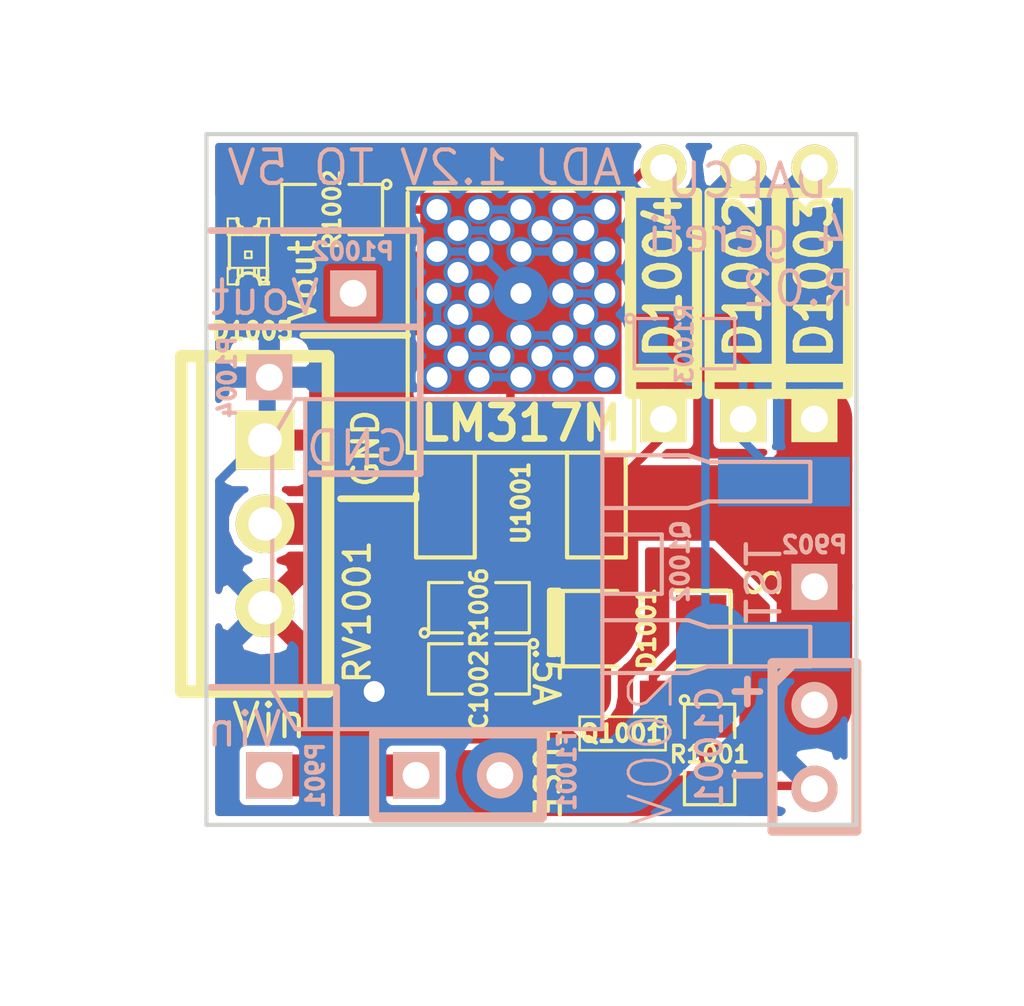
<source format=kicad_pcb>
(kicad_pcb (version 4) (host pcbnew 4.0.1-stable)

  (general
    (links 30)
    (no_connects 0)
    (area 81.149976 63.5 111.760001 93.980001)
    (thickness 1.6)
    (drawings 41)
    (tracks 135)
    (zones 0)
    (modules 20)
    (nets 11)
  )

  (page A)
  (title_block
    (title "Adjustable Linear Regulator")
    (rev R0.02)
    (company gerefi)
  )

  (layers
    (0 F.Cu signal)
    (31 B.Cu signal)
    (32 B.Adhes user)
    (33 F.Adhes user)
    (34 B.Paste user)
    (35 F.Paste user)
    (36 B.SilkS user)
    (37 F.SilkS user)
    (38 B.Mask user)
    (39 F.Mask user)
    (40 Dwgs.User user)
    (41 Cmts.User user)
    (42 Eco1.User user)
    (43 Eco2.User user)
    (44 Edge.Cuts user)
  )

  (setup
    (last_trace_width 0.254)
    (trace_clearance 0.2032)
    (zone_clearance 0.2032)
    (zone_45_only no)
    (trace_min 0.2032)
    (segment_width 0.2032)
    (edge_width 0.127)
    (via_size 0.889)
    (via_drill 0.635)
    (via_min_size 0.889)
    (via_min_drill 0.508)
    (uvia_size 0.508)
    (uvia_drill 0.127)
    (uvias_allowed no)
    (uvia_min_size 0.508)
    (uvia_min_drill 0.127)
    (pcb_text_width 0.127)
    (pcb_text_size 1.016 1.016)
    (mod_edge_width 0.254)
    (mod_text_size 0.508 0.508)
    (mod_text_width 0.127)
    (pad_size 1.524 1.524)
    (pad_drill 1.016)
    (pad_to_mask_clearance 0.2)
    (aux_axis_origin 0 0)
    (visible_elements 7FFFFFFF)
    (pcbplotparams
      (layerselection 0x00030_80000001)
      (usegerberextensions true)
      (excludeedgelayer true)
      (linewidth 0.150000)
      (plotframeref false)
      (viasonmask false)
      (mode 1)
      (useauxorigin false)
      (hpglpennumber 1)
      (hpglpenspeed 20)
      (hpglpendiameter 15)
      (hpglpenoverlay 2)
      (psnegative false)
      (psa4output false)
      (plotreference true)
      (plotvalue true)
      (plotinvisibletext false)
      (padsonsilk false)
      (subtractmaskfromsilk false)
      (outputformat 1)
      (mirror false)
      (drillshape 0)
      (scaleselection 1)
      (outputdirectory 5v_gerbers/5v_gerbers/))
  )

  (net 0 "")
  (net 1 /5V-REG)
  (net 2 /VBAT)
  (net 3 /Vf)
  (net 4 /Vin)
  (net 5 /Vs1)
  (net 6 /Vs2)
  (net 7 GND)
  (net 8 N-000001)
  (net 9 N-000002)
  (net 10 N-000003)

  (net_class Default "This is the default net class."
    (clearance 0.2032)
    (trace_width 0.254)
    (via_dia 0.889)
    (via_drill 0.635)
    (uvia_dia 0.508)
    (uvia_drill 0.127)
    (add_net /5V-REG)
    (add_net /VBAT)
    (add_net /Vf)
    (add_net /Vin)
    (add_net /Vs1)
    (add_net /Vs2)
    (add_net GND)
    (add_net N-000001)
    (add_net N-000002)
    (add_net N-000003)
  )

  (net_class .05 ""
    (clearance 0.254)
    (trace_width 1.27)
    (via_dia 0.889)
    (via_drill 0.635)
    (uvia_dia 0.508)
    (uvia_drill 0.127)
  )

  (net_class .09 ""
    (clearance 0.254)
    (trace_width 2.286)
    (via_dia 1.651)
    (via_drill 1.397)
    (uvia_dia 0.508)
    (uvia_drill 0.127)
  )

  (net_class .1 ""
    (clearance 0.254)
    (trace_width 2.54)
    (via_dia 1.651)
    (via_drill 1.397)
    (uvia_dia 0.508)
    (uvia_drill 0.127)
  )

  (module SIL-1 placed (layer B.Cu) (tedit 5576B131) (tstamp 5611C225)
    (at 105.41 81.28)
    (descr "Connecteurs 1 pin")
    (tags "CONN DEV")
    (path /5611BCD7)
    (fp_text reference P902 (at 0 -1.27) (layer B.SilkS)
      (effects (font (size 0.508 0.508) (thickness 0.127)) (justify mirror))
    )
    (fp_text value CONN_1 (at 0 2.54) (layer B.SilkS) hide
      (effects (font (size 1.524 1.016) (thickness 0.254)) (justify mirror))
    )
    (pad 1 thru_hole rect (at 0 0) (size 1.397 1.397) (drill 0.8128) (layers *.Cu *.Mask B.SilkS)
      (net 2 /VBAT))
  )

  (module SIL-1 placed (layer B.Cu) (tedit 5576B17C) (tstamp 55754F1B)
    (at 88.9 86.995)
    (descr "Connecteurs 1 pin")
    (tags "CONN DEV")
    (path /5611BCEF)
    (fp_text reference P901 (at 1.397 0 90) (layer B.SilkS)
      (effects (font (size 0.508 0.508) (thickness 0.127)) (justify mirror))
    )
    (fp_text value CONN_1 (at 0 2.54) (layer B.SilkS) hide
      (effects (font (size 1.524 1.016) (thickness 0.254)) (justify mirror))
    )
    (pad 1 thru_hole rect (at 0 0) (size 1.397 1.397) (drill 0.8128) (layers *.Cu *.Mask B.SilkS)
      (net 4 /Vin))
  )

  (module SIL-1 placed (layer B.Cu) (tedit 5576B139) (tstamp 55754F12)
    (at 91.44 72.39)
    (descr "Connecteurs 1 pin")
    (tags "CONN DEV")
    (path /5611BCCA)
    (fp_text reference P1002 (at 0 -1.27) (layer B.SilkS)
      (effects (font (size 0.508 0.508) (thickness 0.127)) (justify mirror))
    )
    (fp_text value CONN_1 (at 0 2.54) (layer B.SilkS) hide
      (effects (font (size 1.524 1.016) (thickness 0.254)) (justify mirror))
    )
    (pad 1 thru_hole rect (at 0 0) (size 1.397 1.397) (drill 0.8128) (layers *.Cu *.Mask B.SilkS)
      (net 1 /5V-REG))
  )

  (module SIL-1 (layer B.Cu) (tedit 5576B0EA) (tstamp 5576B06E)
    (at 88.9 74.93)
    (descr "Connecteurs 1 pin")
    (tags "CONN DEV")
    (path /5611BCDE)
    (fp_text reference P1004 (at -1.27 0 90) (layer B.SilkS)
      (effects (font (size 0.508 0.508) (thickness 0.127)) (justify mirror))
    )
    (fp_text value CONN_1 (at 0 2.54) (layer B.SilkS) hide
      (effects (font (size 1.524 1.016) (thickness 0.254)) (justify mirror))
    )
    (pad 1 thru_hole rect (at 0 0) (size 1.397 1.397) (drill 0.8128) (layers *.Cu *.Mask B.SilkS)
      (net 7 GND))
  )

  (module SOT23 placed (layer F.Cu) (tedit 5574EF09) (tstamp 55754EBF)
    (at 99.568 85.725 180)
    (tags SOT23)
    (path /5611BCD0)
    (fp_text reference Q1001 (at 0 0 180) (layer F.SilkS)
      (effects (font (size 0.508 0.508) (thickness 0.127)))
    )
    (fp_text value 30V (at 0.0635 0 180) (layer F.SilkS) hide
      (effects (font (size 0.50038 0.50038) (thickness 0.09906)))
    )
    (fp_circle (center -1.17602 0.35052) (end -1.30048 0.44958) (layer F.SilkS) (width 0.07874))
    (fp_line (start 1.27 -0.508) (end 1.27 0.508) (layer F.SilkS) (width 0.07874))
    (fp_line (start -1.3335 -0.508) (end -1.3335 0.508) (layer F.SilkS) (width 0.07874))
    (fp_line (start 1.27 0.508) (end -1.3335 0.508) (layer F.SilkS) (width 0.07874))
    (fp_line (start -1.3335 -0.508) (end 1.27 -0.508) (layer F.SilkS) (width 0.07874))
    (pad 3 smd rect (at 0 -1.09982 180) (size 0.8001 1.00076) (layers F.Cu F.Paste F.Mask)
      (net 6 /Vs2))
    (pad 2 smd rect (at 0.9525 1.09982 180) (size 0.8001 1.00076) (layers F.Cu F.Paste F.Mask)
      (net 2 /VBAT))
    (pad 1 smd rect (at -0.9525 1.09982 180) (size 0.8001 1.00076) (layers F.Cu F.Paste F.Mask)
      (net 9 N-000002))
    (model smd\SOT23_3.wrl
      (at (xyz 0 0 0))
      (scale (xyz 0.4 0.4 0.4))
      (rotate (xyz 0 0 180))
    )
  )

  (module SM1206 placed (layer F.Cu) (tedit 5574EEF3) (tstamp 55754ECB)
    (at 100.33 82.55 180)
    (path /5611BCD2)
    (attr smd)
    (fp_text reference D1001 (at 0 0 270) (layer F.SilkS)
      (effects (font (size 0.508 0.508) (thickness 0.127)))
    )
    (fp_text value 7.5V (at 0 0 180) (layer F.SilkS) hide
      (effects (font (size 0.762 0.762) (thickness 0.127)))
    )
    (fp_line (start -2.54 -1.143) (end -2.54 1.143) (layer F.SilkS) (width 0.127))
    (fp_line (start -2.54 1.143) (end -0.889 1.143) (layer F.SilkS) (width 0.127))
    (fp_line (start 0.889 -1.143) (end 2.54 -1.143) (layer F.SilkS) (width 0.127))
    (fp_line (start 2.54 -1.143) (end 2.54 1.143) (layer F.SilkS) (width 0.127))
    (fp_line (start 2.54 1.143) (end 0.889 1.143) (layer F.SilkS) (width 0.127))
    (fp_line (start -0.889 -1.143) (end -2.54 -1.143) (layer F.SilkS) (width 0.127))
    (pad 1 smd rect (at -1.651 0 180) (size 1.524 2.032) (layers F.Cu F.Paste F.Mask)
      (net 9 N-000002))
    (pad 2 smd rect (at 1.651 0 180) (size 1.524 2.032) (layers F.Cu F.Paste F.Mask)
      (net 2 /VBAT))
    (model smd/chip_cms.wrl
      (at (xyz 0 0 0))
      (scale (xyz 0.17 0.16 0.16))
      (rotate (xyz 0 0 0))
    )
  )

  (module SM0805 placed (layer F.Cu) (tedit 5574EF35) (tstamp 55754ED8)
    (at 90.805 69.85 180)
    (path /5611BCCC)
    (attr smd)
    (fp_text reference R1002 (at 0 0 270) (layer F.SilkS)
      (effects (font (size 0.50038 0.50038) (thickness 0.10922)))
    )
    (fp_text value 1k (at 0 0.381 180) (layer F.SilkS) hide
      (effects (font (size 0.50038 0.50038) (thickness 0.10922)))
    )
    (fp_circle (center -1.651 0.762) (end -1.651 0.635) (layer F.SilkS) (width 0.09906))
    (fp_line (start -0.508 0.762) (end -1.524 0.762) (layer F.SilkS) (width 0.09906))
    (fp_line (start -1.524 0.762) (end -1.524 -0.762) (layer F.SilkS) (width 0.09906))
    (fp_line (start -1.524 -0.762) (end -0.508 -0.762) (layer F.SilkS) (width 0.09906))
    (fp_line (start 0.508 -0.762) (end 1.524 -0.762) (layer F.SilkS) (width 0.09906))
    (fp_line (start 1.524 -0.762) (end 1.524 0.762) (layer F.SilkS) (width 0.09906))
    (fp_line (start 1.524 0.762) (end 0.508 0.762) (layer F.SilkS) (width 0.09906))
    (pad 1 smd rect (at -0.9525 0 180) (size 0.889 1.397) (layers F.Cu F.Paste F.Mask)
      (net 1 /5V-REG))
    (pad 2 smd rect (at 0.9525 0 180) (size 0.889 1.397) (layers F.Cu F.Paste F.Mask)
      (net 10 N-000003))
    (model smd/chip_cms.wrl
      (at (xyz 0 0 0))
      (scale (xyz 0.1 0.1 0.1))
      (rotate (xyz 0 0 0))
    )
  )

  (module SM0805 placed (layer F.Cu) (tedit 5574EF0E) (tstamp 55754EE5)
    (at 102.235 86.36 270)
    (path /5611BCD1)
    (attr smd)
    (fp_text reference R1001 (at 0 0 360) (layer F.SilkS)
      (effects (font (size 0.50038 0.50038) (thickness 0.10922)))
    )
    (fp_text value 1k (at 0 0.381 270) (layer F.SilkS) hide
      (effects (font (size 0.50038 0.50038) (thickness 0.10922)))
    )
    (fp_circle (center -1.651 0.762) (end -1.651 0.635) (layer F.SilkS) (width 0.09906))
    (fp_line (start -0.508 0.762) (end -1.524 0.762) (layer F.SilkS) (width 0.09906))
    (fp_line (start -1.524 0.762) (end -1.524 -0.762) (layer F.SilkS) (width 0.09906))
    (fp_line (start -1.524 -0.762) (end -0.508 -0.762) (layer F.SilkS) (width 0.09906))
    (fp_line (start 0.508 -0.762) (end 1.524 -0.762) (layer F.SilkS) (width 0.09906))
    (fp_line (start 1.524 -0.762) (end 1.524 0.762) (layer F.SilkS) (width 0.09906))
    (fp_line (start 1.524 0.762) (end 0.508 0.762) (layer F.SilkS) (width 0.09906))
    (pad 1 smd rect (at -0.9525 0 270) (size 0.889 1.397) (layers F.Cu F.Paste F.Mask)
      (net 9 N-000002))
    (pad 2 smd rect (at 0.9525 0 270) (size 0.889 1.397) (layers F.Cu F.Paste F.Mask)
      (net 7 GND))
    (model smd/chip_cms.wrl
      (at (xyz 0 0 0))
      (scale (xyz 0.1 0.1 0.1))
      (rotate (xyz 0 0 0))
    )
  )

  (module SM0805 placed (layer F.Cu) (tedit 5574EF14) (tstamp 55754EF2)
    (at 95.25 83.7692 180)
    (path /5611BCD4)
    (attr smd)
    (fp_text reference C1002 (at 0 -0.635 270) (layer F.SilkS)
      (effects (font (size 0.50038 0.50038) (thickness 0.10922)))
    )
    (fp_text value "1uF 16V" (at 0 0.381 180) (layer F.SilkS) hide
      (effects (font (size 0.50038 0.50038) (thickness 0.10922)))
    )
    (fp_circle (center -1.651 0.762) (end -1.651 0.635) (layer F.SilkS) (width 0.09906))
    (fp_line (start -0.508 0.762) (end -1.524 0.762) (layer F.SilkS) (width 0.09906))
    (fp_line (start -1.524 0.762) (end -1.524 -0.762) (layer F.SilkS) (width 0.09906))
    (fp_line (start -1.524 -0.762) (end -0.508 -0.762) (layer F.SilkS) (width 0.09906))
    (fp_line (start 0.508 -0.762) (end 1.524 -0.762) (layer F.SilkS) (width 0.09906))
    (fp_line (start 1.524 -0.762) (end 1.524 0.762) (layer F.SilkS) (width 0.09906))
    (fp_line (start 1.524 0.762) (end 0.508 0.762) (layer F.SilkS) (width 0.09906))
    (pad 1 smd rect (at -0.9525 0 180) (size 0.889 1.397) (layers F.Cu F.Paste F.Mask)
      (net 1 /5V-REG))
    (pad 2 smd rect (at 0.9525 0 180) (size 0.889 1.397) (layers F.Cu F.Paste F.Mask)
      (net 7 GND))
    (model smd/chip_cms.wrl
      (at (xyz 0 0 0))
      (scale (xyz 0.1 0.1 0.1))
      (rotate (xyz 0 0 0))
    )
  )

  (module SM0805 placed (layer F.Cu) (tedit 5574EF17) (tstamp 55754EFF)
    (at 95.25 81.915)
    (path /5611BCDC)
    (attr smd)
    (fp_text reference R1006 (at 0 0 90) (layer F.SilkS)
      (effects (font (size 0.50038 0.50038) (thickness 0.10922)))
    )
    (fp_text value 240R (at 0 0.381) (layer F.SilkS) hide
      (effects (font (size 0.50038 0.50038) (thickness 0.10922)))
    )
    (fp_circle (center -1.651 0.762) (end -1.651 0.635) (layer F.SilkS) (width 0.09906))
    (fp_line (start -0.508 0.762) (end -1.524 0.762) (layer F.SilkS) (width 0.09906))
    (fp_line (start -1.524 0.762) (end -1.524 -0.762) (layer F.SilkS) (width 0.09906))
    (fp_line (start -1.524 -0.762) (end -0.508 -0.762) (layer F.SilkS) (width 0.09906))
    (fp_line (start 0.508 -0.762) (end 1.524 -0.762) (layer F.SilkS) (width 0.09906))
    (fp_line (start 1.524 -0.762) (end 1.524 0.762) (layer F.SilkS) (width 0.09906))
    (fp_line (start 1.524 0.762) (end 0.508 0.762) (layer F.SilkS) (width 0.09906))
    (pad 1 smd rect (at -0.9525 0) (size 0.889 1.397) (layers F.Cu F.Paste F.Mask)
      (net 8 N-000001))
    (pad 2 smd rect (at 0.9525 0) (size 0.889 1.397) (layers F.Cu F.Paste F.Mask)
      (net 1 /5V-REG))
    (model smd/chip_cms.wrl
      (at (xyz 0 0 0))
      (scale (xyz 0.1 0.1 0.1))
      (rotate (xyz 0 0 0))
    )
  )

  (module SIL-2 placed (layer B.Cu) (tedit 5576B532) (tstamp 55754F09)
    (at 94.615 86.995)
    (descr "Connecteurs 2 pins")
    (tags "CONN DEV")
    (path /5611BCEB)
    (fp_text reference F1001 (at 3.302 -0.127 90) (layer B.SilkS)
      (effects (font (size 0.508 0.508) (thickness 0.127)) (justify mirror))
    )
    (fp_text value 5A (at 0 2.54) (layer B.SilkS) hide
      (effects (font (size 1.524 1.016) (thickness 0.3048)) (justify mirror))
    )
    (fp_line (start -2.54 -1.27) (end -2.54 1.27) (layer B.SilkS) (width 0.3048))
    (fp_line (start -2.54 1.27) (end 2.54 1.27) (layer B.SilkS) (width 0.3048))
    (fp_line (start 2.54 1.27) (end 2.54 -1.27) (layer B.SilkS) (width 0.3048))
    (fp_line (start 2.54 -1.27) (end -2.54 -1.27) (layer B.SilkS) (width 0.3048))
    (pad 1 thru_hole rect (at -1.27 0) (size 1.397 1.397) (drill 0.8128) (layers *.Cu *.Mask B.SilkS)
      (net 4 /Vin))
    (pad 2 thru_hole circle (at 1.27 0) (size 1.397 1.397) (drill 0.8128) (layers *.Cu *.Mask B.SilkS)
      (net 3 /Vf))
  )

  (module LED-0805 placed (layer F.Cu) (tedit 5576B28F) (tstamp 55754F5F)
    (at 88.265 71.12 270)
    (descr "LED 0805 smd package")
    (tags "LED 0805 SMD")
    (path /5611BCCD)
    (attr smd)
    (fp_text reference D1005 (at 2.413 -0.127 360) (layer F.SilkS)
      (effects (font (size 0.508 0.508) (thickness 0.127)))
    )
    (fp_text value LED-grn (at 0 1.27 270) (layer F.SilkS) hide
      (effects (font (size 0.762 0.762) (thickness 0.127)))
    )
    (fp_line (start 0.49784 0.29972) (end 0.49784 0.62484) (layer F.SilkS) (width 0.06604))
    (fp_line (start 0.49784 0.62484) (end 0.99822 0.62484) (layer F.SilkS) (width 0.06604))
    (fp_line (start 0.99822 0.29972) (end 0.99822 0.62484) (layer F.SilkS) (width 0.06604))
    (fp_line (start 0.49784 0.29972) (end 0.99822 0.29972) (layer F.SilkS) (width 0.06604))
    (fp_line (start 0.49784 -0.32258) (end 0.49784 -0.17272) (layer F.SilkS) (width 0.06604))
    (fp_line (start 0.49784 -0.17272) (end 0.7493 -0.17272) (layer F.SilkS) (width 0.06604))
    (fp_line (start 0.7493 -0.32258) (end 0.7493 -0.17272) (layer F.SilkS) (width 0.06604))
    (fp_line (start 0.49784 -0.32258) (end 0.7493 -0.32258) (layer F.SilkS) (width 0.06604))
    (fp_line (start 0.49784 0.17272) (end 0.49784 0.32258) (layer F.SilkS) (width 0.06604))
    (fp_line (start 0.49784 0.32258) (end 0.7493 0.32258) (layer F.SilkS) (width 0.06604))
    (fp_line (start 0.7493 0.17272) (end 0.7493 0.32258) (layer F.SilkS) (width 0.06604))
    (fp_line (start 0.49784 0.17272) (end 0.7493 0.17272) (layer F.SilkS) (width 0.06604))
    (fp_line (start 0.49784 -0.19812) (end 0.49784 0.19812) (layer F.SilkS) (width 0.06604))
    (fp_line (start 0.49784 0.19812) (end 0.6731 0.19812) (layer F.SilkS) (width 0.06604))
    (fp_line (start 0.6731 -0.19812) (end 0.6731 0.19812) (layer F.SilkS) (width 0.06604))
    (fp_line (start 0.49784 -0.19812) (end 0.6731 -0.19812) (layer F.SilkS) (width 0.06604))
    (fp_line (start -0.99822 0.29972) (end -0.99822 0.62484) (layer F.SilkS) (width 0.06604))
    (fp_line (start -0.99822 0.62484) (end -0.49784 0.62484) (layer F.SilkS) (width 0.06604))
    (fp_line (start -0.49784 0.29972) (end -0.49784 0.62484) (layer F.SilkS) (width 0.06604))
    (fp_line (start -0.99822 0.29972) (end -0.49784 0.29972) (layer F.SilkS) (width 0.06604))
    (fp_line (start -0.99822 -0.62484) (end -0.99822 -0.29972) (layer F.SilkS) (width 0.06604))
    (fp_line (start -0.99822 -0.29972) (end -0.49784 -0.29972) (layer F.SilkS) (width 0.06604))
    (fp_line (start -0.49784 -0.62484) (end -0.49784 -0.29972) (layer F.SilkS) (width 0.06604))
    (fp_line (start -0.99822 -0.62484) (end -0.49784 -0.62484) (layer F.SilkS) (width 0.06604))
    (fp_line (start -0.7493 0.17272) (end -0.7493 0.32258) (layer F.SilkS) (width 0.06604))
    (fp_line (start -0.7493 0.32258) (end -0.49784 0.32258) (layer F.SilkS) (width 0.06604))
    (fp_line (start -0.49784 0.17272) (end -0.49784 0.32258) (layer F.SilkS) (width 0.06604))
    (fp_line (start -0.7493 0.17272) (end -0.49784 0.17272) (layer F.SilkS) (width 0.06604))
    (fp_line (start -0.7493 -0.32258) (end -0.7493 -0.17272) (layer F.SilkS) (width 0.06604))
    (fp_line (start -0.7493 -0.17272) (end -0.49784 -0.17272) (layer F.SilkS) (width 0.06604))
    (fp_line (start -0.49784 -0.32258) (end -0.49784 -0.17272) (layer F.SilkS) (width 0.06604))
    (fp_line (start -0.7493 -0.32258) (end -0.49784 -0.32258) (layer F.SilkS) (width 0.06604))
    (fp_line (start -0.6731 -0.19812) (end -0.6731 0.19812) (layer F.SilkS) (width 0.06604))
    (fp_line (start -0.6731 0.19812) (end -0.49784 0.19812) (layer F.SilkS) (width 0.06604))
    (fp_line (start -0.49784 -0.19812) (end -0.49784 0.19812) (layer F.SilkS) (width 0.06604))
    (fp_line (start -0.6731 -0.19812) (end -0.49784 -0.19812) (layer F.SilkS) (width 0.06604))
    (fp_line (start 0 -0.09906) (end 0 0.09906) (layer F.SilkS) (width 0.06604))
    (fp_line (start 0 0.09906) (end 0.19812 0.09906) (layer F.SilkS) (width 0.06604))
    (fp_line (start 0.19812 -0.09906) (end 0.19812 0.09906) (layer F.SilkS) (width 0.06604))
    (fp_line (start 0 -0.09906) (end 0.19812 -0.09906) (layer F.SilkS) (width 0.06604))
    (fp_line (start 0.49784 -0.59944) (end 0.49784 -0.29972) (layer F.SilkS) (width 0.06604))
    (fp_line (start 0.49784 -0.29972) (end 0.79756 -0.29972) (layer F.SilkS) (width 0.06604))
    (fp_line (start 0.79756 -0.59944) (end 0.79756 -0.29972) (layer F.SilkS) (width 0.06604))
    (fp_line (start 0.49784 -0.59944) (end 0.79756 -0.59944) (layer F.SilkS) (width 0.06604))
    (fp_line (start 0.92456 -0.62484) (end 0.92456 -0.39878) (layer F.SilkS) (width 0.06604))
    (fp_line (start 0.92456 -0.39878) (end 0.99822 -0.39878) (layer F.SilkS) (width 0.06604))
    (fp_line (start 0.99822 -0.62484) (end 0.99822 -0.39878) (layer F.SilkS) (width 0.06604))
    (fp_line (start 0.92456 -0.62484) (end 0.99822 -0.62484) (layer F.SilkS) (width 0.06604))
    (fp_line (start 0.52324 0.57404) (end -0.52324 0.57404) (layer F.SilkS) (width 0.1016))
    (fp_line (start -0.49784 -0.57404) (end 0.92456 -0.57404) (layer F.SilkS) (width 0.1016))
    (fp_circle (center 0.84836 -0.44958) (end 0.89916 -0.50038) (layer F.SilkS) (width 0.0508))
    (fp_arc (start 0.99822 0) (end 0.99822 0.34798) (angle 180) (layer F.SilkS) (width 0.1016))
    (fp_arc (start -0.99822 0) (end -0.99822 -0.34798) (angle 180) (layer F.SilkS) (width 0.1016))
    (pad 1 smd rect (at -1.04902 0 270) (size 1.19888 1.19888) (layers F.Cu F.Paste F.Mask)
      (net 10 N-000003))
    (pad 2 smd rect (at 1.04902 0 270) (size 1.19888 1.19888) (layers F.Cu F.Paste F.Mask)
      (net 7 GND))
  )

  (module DPAK2 placed (layer F.Cu) (tedit 5574EF45) (tstamp 55754F71)
    (at 96.52 78.74)
    (descr "MOS boitier DPACK G-D-S")
    (tags "CMD DPACK")
    (path /5611BCD8)
    (attr smd)
    (fp_text reference U1001 (at 0 0 90) (layer F.SilkS)
      (effects (font (size 0.508 0.508) (thickness 0.127)))
    )
    (fp_text value LM317M (at 0 -2.413) (layer F.SilkS)
      (effects (font (size 1.016 1.016) (thickness 0.2032)))
    )
    (fp_line (start 1.397 -1.524) (end 1.397 1.651) (layer F.SilkS) (width 0.127))
    (fp_line (start 1.397 1.651) (end 3.175 1.651) (layer F.SilkS) (width 0.127))
    (fp_line (start 3.175 1.651) (end 3.175 -1.524) (layer F.SilkS) (width 0.127))
    (fp_line (start -3.175 -1.524) (end -3.175 1.651) (layer F.SilkS) (width 0.127))
    (fp_line (start -3.175 1.651) (end -1.397 1.651) (layer F.SilkS) (width 0.127))
    (fp_line (start -1.397 1.651) (end -1.397 -1.524) (layer F.SilkS) (width 0.127))
    (fp_line (start 3.429 -7.62) (end 3.429 -1.524) (layer F.SilkS) (width 0.127))
    (fp_line (start 3.429 -1.524) (end -3.429 -1.524) (layer F.SilkS) (width 0.127))
    (fp_line (start -3.429 -1.524) (end -3.429 -9.398) (layer F.SilkS) (width 0.127))
    (fp_line (start -3.429 -9.525) (end 3.429 -9.525) (layer F.SilkS) (width 0.127))
    (fp_line (start 3.429 -9.398) (end 3.429 -7.62) (layer F.SilkS) (width 0.127))
    (pad 1 smd rect (at -2.286 0) (size 1.651 3.048) (layers F.Cu F.Paste F.Mask)
      (net 8 N-000001))
    (pad 2 smd rect (at 0 -6.35) (size 6.096 6.096) (layers F.Cu F.Paste F.Mask)
      (net 1 /5V-REG))
    (pad 3 smd rect (at 2.286 0) (size 1.651 3.048) (layers F.Cu F.Paste F.Mask)
      (net 2 /VBAT))
    (model smd/dpack_2.wrl
      (at (xyz 0 0 0))
      (scale (xyz 1 1 1))
      (rotate (xyz 0 0 0))
    )
  )

  (module D3 placed (layer F.Cu) (tedit 5687F9A5) (tstamp 55754F81)
    (at 103.251 72.39 270)
    (descr "Diode 3 pas")
    (tags "DIODE DEV")
    (path /5611BCF2)
    (fp_text reference D1002 (at -0.508 0 270) (layer F.SilkS)
      (effects (font (size 1.016 1.016) (thickness 0.2032)))
    )
    (fp_text value 15V (at 0 0 270) (layer F.SilkS) hide
      (effects (font (size 1.016 1.016) (thickness 0.2032)))
    )
    (fp_line (start 3.81 0) (end 3.048 0) (layer F.SilkS) (width 0.3048))
    (fp_line (start 3.048 0) (end 3.048 -1.016) (layer F.SilkS) (width 0.3048))
    (fp_line (start 3.048 -1.016) (end -3.048 -1.016) (layer F.SilkS) (width 0.3048))
    (fp_line (start -3.048 -1.016) (end -3.048 0) (layer F.SilkS) (width 0.3048))
    (fp_line (start -3.048 0) (end -3.81 0) (layer F.SilkS) (width 0.3048))
    (fp_line (start -3.048 0) (end -3.048 1.016) (layer F.SilkS) (width 0.3048))
    (fp_line (start -3.048 1.016) (end 3.048 1.016) (layer F.SilkS) (width 0.3048))
    (fp_line (start 3.048 1.016) (end 3.048 0) (layer F.SilkS) (width 0.3048))
    (fp_line (start 2.54 -1.016) (end 2.54 1.016) (layer F.SilkS) (width 0.3048))
    (fp_line (start 2.286 1.016) (end 2.286 -1.016) (layer F.SilkS) (width 0.3048))
    (pad 2 thru_hole rect (at 3.81 0 270) (size 1.397 1.397) (drill 0.8128) (layers *.Cu *.Mask F.SilkS)
      (net 5 /Vs1))
    (pad 1 thru_hole circle (at -3.81 0 270) (size 1.397 1.397) (drill 0.8128) (layers *.Cu *.Mask F.SilkS)
      (net 7 GND))
    (model discret/diode.wrl
      (at (xyz 0 0 0))
      (scale (xyz 0.3 0.3 0.3))
      (rotate (xyz 0 0 0))
    )
  )

  (module D3 placed (layer F.Cu) (tedit 5687F9A7) (tstamp 55754F91)
    (at 105.41 72.39 270)
    (descr "Diode 3 pas")
    (tags "DIODE DEV")
    (path /5687F3A8)
    (fp_text reference D1003 (at -0.508 0 270) (layer F.SilkS)
      (effects (font (size 1.016 1.016) (thickness 0.2032)))
    )
    (fp_text value 24V (at 0 0 270) (layer F.SilkS) hide
      (effects (font (size 1.016 1.016) (thickness 0.2032)))
    )
    (fp_line (start 3.81 0) (end 3.048 0) (layer F.SilkS) (width 0.3048))
    (fp_line (start 3.048 0) (end 3.048 -1.016) (layer F.SilkS) (width 0.3048))
    (fp_line (start 3.048 -1.016) (end -3.048 -1.016) (layer F.SilkS) (width 0.3048))
    (fp_line (start -3.048 -1.016) (end -3.048 0) (layer F.SilkS) (width 0.3048))
    (fp_line (start -3.048 0) (end -3.81 0) (layer F.SilkS) (width 0.3048))
    (fp_line (start -3.048 0) (end -3.048 1.016) (layer F.SilkS) (width 0.3048))
    (fp_line (start -3.048 1.016) (end 3.048 1.016) (layer F.SilkS) (width 0.3048))
    (fp_line (start 3.048 1.016) (end 3.048 0) (layer F.SilkS) (width 0.3048))
    (fp_line (start 2.54 -1.016) (end 2.54 1.016) (layer F.SilkS) (width 0.3048))
    (fp_line (start 2.286 1.016) (end 2.286 -1.016) (layer F.SilkS) (width 0.3048))
    (pad 2 thru_hole rect (at 3.81 0 270) (size 1.397 1.397) (drill 0.8128) (layers *.Cu *.Mask F.SilkS)
      (net 2 /VBAT))
    (pad 1 thru_hole circle (at -3.81 0 270) (size 1.397 1.397) (drill 0.8128) (layers *.Cu *.Mask F.SilkS)
      (net 7 GND))
    (model discret/diode.wrl
      (at (xyz 0 0 0))
      (scale (xyz 0.3 0.3 0.3))
      (rotate (xyz 0 0 0))
    )
  )

  (module C1 placed (layer B.Cu) (tedit 5576B588) (tstamp 55754F9C)
    (at 105.41 86.1314 270)
    (descr "Condensateur e = 1 pas")
    (tags C)
    (path /5611BCCB)
    (fp_text reference C1001 (at 0 3.175 270) (layer B.SilkS)
      (effects (font (size 0.762 0.762) (thickness 0.127)) (justify mirror))
    )
    (fp_text value "0.1uF 50V" (at 0 2.286 270) (layer B.SilkS) hide
      (effects (font (size 1.016 1.016) (thickness 0.2032)) (justify mirror))
    )
    (fp_line (start -2.4892 1.27) (end 2.54 1.27) (layer B.SilkS) (width 0.3048))
    (fp_line (start 2.54 1.27) (end 2.54 -1.27) (layer B.SilkS) (width 0.3048))
    (fp_line (start 2.54 -1.27) (end -2.54 -1.27) (layer B.SilkS) (width 0.3048))
    (fp_line (start -2.54 -1.27) (end -2.54 1.27) (layer B.SilkS) (width 0.3048))
    (fp_line (start -2.54 0.635) (end -1.905 1.27) (layer B.SilkS) (width 0.3048))
    (pad 1 thru_hole circle (at -1.27 0 270) (size 1.397 1.397) (drill 0.8128) (layers *.Cu *.Mask B.SilkS)
      (net 2 /VBAT))
    (pad 2 thru_hole circle (at 1.27 0 270) (size 1.397 1.397) (drill 0.8128) (layers *.Cu *.Mask B.SilkS)
      (net 7 GND))
    (model discret/capa_1_pas.wrl
      (at (xyz 0 0 0))
      (scale (xyz 1 1 1))
      (rotate (xyz 0 0 0))
    )
  )

  (module TO220_VERT (layer F.Cu) (tedit 5576B299) (tstamp 5611C170)
    (at 88.773 79.375 180)
    (descr "Regulateur TO220 serie LM78xx")
    (tags "TR TO220")
    (path /5611BCDB)
    (fp_text reference RV1001 (at -2.794 -2.667 270) (layer F.SilkS)
      (effects (font (size 0.762 0.762) (thickness 0.127)))
    )
    (fp_text value 1k (at 0.635 -6.35 180) (layer F.SilkS) hide
      (effects (font (size 1.524 1.016) (thickness 0.2032)))
    )
    (fp_line (start 1.905 -5.08) (end 2.54 -5.08) (layer F.SilkS) (width 0.381))
    (fp_line (start 2.54 -5.08) (end 2.54 5.08) (layer F.SilkS) (width 0.381))
    (fp_line (start 2.54 5.08) (end 1.905 5.08) (layer F.SilkS) (width 0.381))
    (fp_line (start -1.905 -5.08) (end 1.905 -5.08) (layer F.SilkS) (width 0.381))
    (fp_line (start 1.905 -5.08) (end 1.905 5.08) (layer F.SilkS) (width 0.381))
    (fp_line (start 1.905 5.08) (end -1.905 5.08) (layer F.SilkS) (width 0.381))
    (fp_line (start -1.905 5.08) (end -1.905 -5.08) (layer F.SilkS) (width 0.381))
    (pad 2 thru_hole circle (at 0 -2.54 180) (size 1.778 1.778) (drill 1.016) (layers *.Cu *.Mask F.SilkS)
      (net 7 GND))
    (pad 3 thru_hole circle (at 0 0 180) (size 1.778 1.778) (drill 1.016) (layers *.Cu *.Mask F.SilkS)
      (net 8 N-000001))
    (pad 1 thru_hole rect (at 0 2.54 180) (size 1.778 1.778) (drill 1.016) (layers *.Cu *.Mask F.SilkS)
      (net 7 GND))
  )

  (module SM0805 (layer B.Cu) (tedit 5687FA30) (tstamp 5611BCC6)
    (at 101.473 73.914)
    (path /5611BCF3)
    (attr smd)
    (fp_text reference R1003 (at 0 0 90) (layer B.SilkS)
      (effects (font (size 0.50038 0.50038) (thickness 0.10922)) (justify mirror))
    )
    (fp_text value 100k (at 0 -0.381) (layer B.SilkS) hide
      (effects (font (size 0.50038 0.50038) (thickness 0.10922)) (justify mirror))
    )
    (fp_circle (center -1.651 -0.762) (end -1.651 -0.635) (layer B.SilkS) (width 0.09906))
    (fp_line (start -0.508 -0.762) (end -1.524 -0.762) (layer B.SilkS) (width 0.09906))
    (fp_line (start -1.524 -0.762) (end -1.524 0.762) (layer B.SilkS) (width 0.09906))
    (fp_line (start -1.524 0.762) (end -0.508 0.762) (layer B.SilkS) (width 0.09906))
    (fp_line (start 0.508 0.762) (end 1.524 0.762) (layer B.SilkS) (width 0.09906))
    (fp_line (start 1.524 0.762) (end 1.524 -0.762) (layer B.SilkS) (width 0.09906))
    (fp_line (start 1.524 -0.762) (end 0.508 -0.762) (layer B.SilkS) (width 0.09906))
    (pad 1 smd rect (at -0.9525 0) (size 0.889 1.397) (layers B.Cu B.Paste B.Mask)
      (net 3 /Vf))
    (pad 2 smd rect (at 0.9525 0) (size 0.889 1.397) (layers B.Cu B.Paste B.Mask)
      (net 5 /Vs1))
    (model smd/chip_cms.wrl
      (at (xyz 0 0 0))
      (scale (xyz 0.1 0.1 0.1))
      (rotate (xyz 0 0 0))
    )
  )

  (module m-pad-2.1-TO-263AB (layer B.Cu) (tedit 5687FBA7) (tstamp 5611BCED)
    (at 94.488 80.5942 270)
    (descr "FAIRCHILD'S TO-263AB/D2PAK PACKAGE DIMENSIONS")
    (tags "FAIRCHILD'S TO-263AB/D2PAK PACKAGE DIMENSIONS")
    (path /5611BCF1)
    (attr smd)
    (fp_text reference Q1002 (at -0.0762 -6.858 270) (layer B.SilkS)
      (effects (font (size 0.508 0.508) (thickness 0.127)) (justify mirror))
    )
    (fp_text value 200V (at 5.6388 -5.969 270) (layer B.SilkS)
      (effects (font (size 1.27 1.27) (thickness 0.0889)) (justify mirror))
    )
    (fp_line (start -4.99872 -4.49834) (end -3.29946 -4.49834) (layer B.SilkS) (width 0.127))
    (fp_line (start -3.29946 -4.49834) (end -1.69926 -4.49834) (layer B.SilkS) (width 0.127))
    (fp_line (start -1.69926 -4.49834) (end -0.89916 -4.49834) (layer B.SilkS) (width 0.127))
    (fp_line (start -0.89916 -4.49834) (end 0.89916 -4.49834) (layer B.SilkS) (width 0.127))
    (fp_line (start 0.89916 -4.49834) (end 1.69926 -4.49834) (layer B.SilkS) (width 0.127))
    (fp_line (start 1.69926 -4.49834) (end 3.29946 -4.49834) (layer B.SilkS) (width 0.127))
    (fp_line (start 3.29946 -4.49834) (end 4.99872 -4.49834) (layer B.SilkS) (width 0.127))
    (fp_line (start 4.99872 -4.49834) (end 4.99872 4.49834) (layer B.SilkS) (width 0.127))
    (fp_line (start 4.99872 4.49834) (end -4.99872 4.49834) (layer B.SilkS) (width 0.127))
    (fp_line (start -4.99872 4.49834) (end -4.99872 -4.49834) (layer B.SilkS) (width 0.127))
    (fp_line (start -4.99872 4.49834) (end -4.99872 4.79044) (layer B.SilkS) (width 0.127))
    (fp_line (start -4.99872 4.79044) (end -3.79222 5.4991) (layer B.SilkS) (width 0.127))
    (fp_line (start -3.79222 5.4991) (end 3.79222 5.4991) (layer B.SilkS) (width 0.127))
    (fp_line (start 3.79222 5.4991) (end 4.99872 4.79044) (layer B.SilkS) (width 0.127))
    (fp_line (start 4.99872 4.79044) (end 4.99872 4.49834) (layer B.SilkS) (width 0.127))
    (fp_line (start -0.89916 -4.49834) (end -0.89916 -6.2992) (layer B.SilkS) (width 0.127))
    (fp_line (start -0.89916 -6.2992) (end 0.89916 -6.2992) (layer B.SilkS) (width 0.127))
    (fp_line (start 0.89916 -6.2992) (end 0.89916 -4.49834) (layer B.SilkS) (width 0.127))
    (fp_line (start -3.29946 -4.49834) (end -3.29946 -7.0993) (layer B.SilkS) (width 0.127))
    (fp_line (start -3.29946 -7.0993) (end -3.0988 -7.69874) (layer B.SilkS) (width 0.127))
    (fp_line (start -3.0988 -7.69874) (end -3.0988 -10.79754) (layer B.SilkS) (width 0.127))
    (fp_line (start -3.0988 -10.79754) (end -1.89992 -10.79754) (layer B.SilkS) (width 0.127))
    (fp_line (start -1.89992 -10.79754) (end -1.89992 -7.69874) (layer B.SilkS) (width 0.127))
    (fp_line (start -1.89992 -7.69874) (end -1.69926 -7.0993) (layer B.SilkS) (width 0.127))
    (fp_line (start -1.69926 -7.0993) (end -1.69926 -4.49834) (layer B.SilkS) (width 0.127))
    (fp_line (start 1.69926 -4.49834) (end 1.69926 -7.0993) (layer B.SilkS) (width 0.127))
    (fp_line (start 1.69926 -7.0993) (end 1.89992 -7.69874) (layer B.SilkS) (width 0.127))
    (fp_line (start 1.89992 -7.69874) (end 1.89992 -10.79754) (layer B.SilkS) (width 0.127))
    (fp_line (start 1.89992 -10.79754) (end 3.0988 -10.79754) (layer B.SilkS) (width 0.127))
    (fp_line (start 3.0988 -10.79754) (end 3.0988 -7.69874) (layer B.SilkS) (width 0.127))
    (fp_line (start 3.0988 -7.69874) (end 3.29946 -7.0993) (layer B.SilkS) (width 0.127))
    (fp_line (start 3.29946 -7.0993) (end 3.29946 -4.49834) (layer B.SilkS) (width 0.127))
    (pad 2 smd rect (at 0 0 270) (size 9.99998 8.99922) (layers B.Cu B.Paste B.Mask)
      (net 6 /Vs2))
    (pad 1 smd rect (at -2.49936 -9.99998 270) (size 1.4986 3.99796) (layers B.Cu B.Paste B.Mask)
      (net 5 /Vs1))
    (pad 3 smd rect (at 2.49936 -9.99998 270) (size 1.4986 3.99796) (layers B.Cu B.Paste B.Mask)
      (net 3 /Vf))
  )

  (module D3 (layer F.Cu) (tedit 5687F9A2) (tstamp 5687F9F1)
    (at 100.838 72.39 270)
    (descr "Diode 3 pas")
    (tags "DIODE DEV")
    (path /5687F710)
    (fp_text reference D1004 (at -0.508 0 270) (layer F.SilkS)
      (effects (font (size 1.016 1.016) (thickness 0.2032)))
    )
    (fp_text value 24V (at 0 0 270) (layer F.SilkS) hide
      (effects (font (size 1.016 1.016) (thickness 0.2032)))
    )
    (fp_line (start 3.81 0) (end 3.048 0) (layer F.SilkS) (width 0.3048))
    (fp_line (start 3.048 0) (end 3.048 -1.016) (layer F.SilkS) (width 0.3048))
    (fp_line (start 3.048 -1.016) (end -3.048 -1.016) (layer F.SilkS) (width 0.3048))
    (fp_line (start -3.048 -1.016) (end -3.048 0) (layer F.SilkS) (width 0.3048))
    (fp_line (start -3.048 0) (end -3.81 0) (layer F.SilkS) (width 0.3048))
    (fp_line (start -3.048 0) (end -3.048 1.016) (layer F.SilkS) (width 0.3048))
    (fp_line (start -3.048 1.016) (end 3.048 1.016) (layer F.SilkS) (width 0.3048))
    (fp_line (start 3.048 1.016) (end 3.048 0) (layer F.SilkS) (width 0.3048))
    (fp_line (start 2.54 -1.016) (end 2.54 1.016) (layer F.SilkS) (width 0.3048))
    (fp_line (start 2.286 1.016) (end 2.286 -1.016) (layer F.SilkS) (width 0.3048))
    (pad 2 thru_hole rect (at 3.81 0 270) (size 1.397 1.397) (drill 0.8128) (layers *.Cu *.Mask F.SilkS)
      (net 2 /VBAT))
    (pad 1 thru_hole circle (at -3.81 0 270) (size 1.397 1.397) (drill 0.8128) (layers *.Cu *.Mask F.SilkS)
      (net 1 /5V-REG))
    (model discret/diode.wrl
      (at (xyz 0 0 0))
      (scale (xyz 0.3 0.3 0.3))
      (rotate (xyz 0 0 0))
    )
  )

  (gr_line (start 97.536 83.312) (end 97.536 81.407) (angle 90) (layer F.SilkS) (width 0.2032))
  (gr_line (start 97.409 83.312) (end 97.536 83.312) (angle 90) (layer F.SilkS) (width 0.2032))
  (gr_line (start 97.409 81.407) (end 97.409 83.312) (angle 90) (layer F.SilkS) (width 0.2032))
  (gr_line (start 97.663 81.407) (end 97.409 81.407) (angle 90) (layer F.SilkS) (width 0.2032))
  (gr_line (start 97.663 83.312) (end 97.663 81.407) (angle 90) (layer F.SilkS) (width 0.2032))
  (dimension 20.9296 (width 0.127) (layer Cmts.User)
    (gr_text "0.8240 in" (at 84.963 78.0288 90) (layer Cmts.User)
      (effects (font (size 1.016 1.016) (thickness 0.127)))
    )
    (feature1 (pts (xy 86.36 67.564) (xy 84.201 67.564)))
    (feature2 (pts (xy 86.36 88.4936) (xy 84.201 88.4936)))
    (crossbar (pts (xy 85.725 88.4936) (xy 85.725 67.564)))
    (arrow1a (pts (xy 85.725 67.564) (xy 86.31142 68.690503)))
    (arrow1b (pts (xy 85.725 67.564) (xy 85.13858 68.690503)))
    (arrow2a (pts (xy 85.725 88.4936) (xy 86.31142 87.367097)))
    (arrow2b (pts (xy 85.725 88.4936) (xy 85.13858 87.367097)))
  )
  (gr_line (start 86.995 88.265) (end 86.995 88.4936) (angle 90) (layer Edge.Cuts) (width 0.127))
  (gr_line (start 106.68 88.265) (end 106.68 88.4936) (angle 90) (layer Edge.Cuts) (width 0.127))
  (gr_line (start 86.995 68.58) (end 86.995 67.564) (angle 90) (layer Edge.Cuts) (width 0.127))
  (gr_line (start 106.68 68.58) (end 106.68 67.564) (angle 90) (layer Edge.Cuts) (width 0.127))
  (gr_text ".5A FUSE" (at 97.282 85.725 270) (layer F.SilkS)
    (effects (font (size 0.762 0.762) (thickness 0.127)))
  )
  (gr_text "ADJ 1.2V TO 5V" (at 93.599 68.58) (layer B.SilkS)
    (effects (font (size 1.016 1.016) (thickness 0.127)) (justify mirror))
  )
  (gr_text "DAECU\n4 gerefi\nR.02    " (at 103.378 70.612) (layer B.SilkS)
    (effects (font (size 1.016 1.016) (thickness 0.127)) (justify mirror))
  )
  (gr_text TST (at 103.886 81.153 90) (layer B.SilkS)
    (effects (font (size 1.016 1.016) (thickness 0.127)) (justify mirror))
  )
  (gr_text TST (at 103.886 81.153 90) (layer F.SilkS)
    (effects (font (size 1.016 1.016) (thickness 0.127)))
  )
  (gr_line (start 93.345 78.613) (end 93.345 78.486) (angle 90) (layer F.SilkS) (width 0.2032))
  (gr_line (start 91.059 78.613) (end 93.345 78.613) (angle 90) (layer F.SilkS) (width 0.2032))
  (gr_line (start 93.091 73.66) (end 92.964 73.66) (angle 90) (layer F.SilkS) (width 0.2032))
  (gr_line (start 89.916 73.66) (end 93.091 73.66) (angle 90) (layer F.SilkS) (width 0.2032))
  (gr_text Vout (at 89.916 72.009 90) (layer F.SilkS)
    (effects (font (size 0.762 0.762) (thickness 0.127)))
  )
  (gr_text GND (at 91.821 77.089 90) (layer F.SilkS)
    (effects (font (size 0.762 0.762) (thickness 0.127)))
  )
  (gr_line (start 90.932 84.328) (end 90.932 88.138) (angle 90) (layer F.SilkS) (width 0.2032))
  (gr_text Vin (at 88.9 85.344) (layer F.SilkS)
    (effects (font (size 1.016 1.016) (thickness 0.127)))
  )
  (gr_line (start 93.472 70.485) (end 87.122 70.485) (angle 90) (layer B.SilkS) (width 0.2032))
  (gr_line (start 93.472 73.406) (end 93.472 70.485) (angle 90) (layer B.SilkS) (width 0.2032))
  (gr_line (start 93.472 77.851) (end 90.17 77.851) (angle 90) (layer B.SilkS) (width 0.2032))
  (gr_line (start 93.472 73.406) (end 93.472 77.851) (angle 90) (layer B.SilkS) (width 0.2032))
  (gr_line (start 87.122 73.406) (end 93.472 73.406) (angle 90) (layer B.SilkS) (width 0.2032))
  (gr_line (start 90.932 84.328) (end 87.122 84.328) (angle 90) (layer B.SilkS) (width 0.2032))
  (gr_line (start 90.932 88.138) (end 90.932 84.328) (angle 90) (layer B.SilkS) (width 0.2032))
  (gr_text Vin (at 88.138 85.598) (layer B.SilkS)
    (effects (font (size 1.016 1.016) (thickness 0.127)) (justify mirror))
  )
  (gr_text Vout (at 88.773 72.517) (layer B.SilkS)
    (effects (font (size 1.016 1.016) (thickness 0.127)) (justify mirror))
  )
  (gr_text GND (at 91.567 77.089) (layer B.SilkS)
    (effects (font (size 1.016 1.016) (thickness 0.127)) (justify mirror))
  )
  (gr_line (start 103.378 84.074) (end 103.378 84.836) (angle 90) (layer B.SilkS) (width 0.2032))
  (gr_line (start 103.759 84.455) (end 102.997 84.455) (angle 90) (layer B.SilkS) (width 0.2032))
  (gr_line (start 103.759 86.995) (end 102.997 86.995) (angle 90) (layer B.SilkS) (width 0.2032))
  (dimension 19.685 (width 0.127) (layer Cmts.User)
    (gr_text "0.7750 in" (at 96.8375 90.296999) (layer Cmts.User)
      (effects (font (size 1.016 1.016) (thickness 0.127)))
    )
    (feature1 (pts (xy 106.68 88.9) (xy 106.68 91.058999)))
    (feature2 (pts (xy 86.995 88.9) (xy 86.995 91.058999)))
    (crossbar (pts (xy 86.995 89.534999) (xy 106.68 89.534999)))
    (arrow1a (pts (xy 106.68 89.534999) (xy 105.553497 90.121419)))
    (arrow1b (pts (xy 106.68 89.534999) (xy 105.553497 88.948579)))
    (arrow2a (pts (xy 86.995 89.534999) (xy 88.121503 90.121419)))
    (arrow2b (pts (xy 86.995 89.534999) (xy 88.121503 88.948579)))
  )
  (gr_line (start 86.995 88.265) (end 86.995 68.58) (angle 90) (layer Edge.Cuts) (width 0.127))
  (gr_line (start 106.68 88.4936) (end 86.995 88.4936) (angle 90) (layer Edge.Cuts) (width 0.127))
  (gr_line (start 106.68 68.58) (end 106.68 88.265) (angle 90) (layer Edge.Cuts) (width 0.127))
  (gr_line (start 86.995 67.564) (end 106.68 67.564) (angle 90) (layer Edge.Cuts) (width 0.127))

  (segment (start 100.838 68.58) (end 100.33 68.58) (width 0.254) (layer F.Cu) (net 1))
  (segment (start 100.33 68.58) (end 96.52 72.39) (width 0.254) (layer F.Cu) (net 1) (tstamp 5687F909))
  (segment (start 96.2025 81.915) (end 96.2025 83.7692) (width 0.254) (layer F.Cu) (net 1))
  (segment (start 96.52 72.39) (end 93.98 69.85) (width 0.254) (layer B.Cu) (net 1))
  (via (at 96.52 72.39) (size 1.651) (layers F.Cu B.Cu) (net 1))
  (via (at 93.98 69.85) (size 0.889) (layers F.Cu B.Cu) (net 1))
  (segment (start 93.98 69.85) (end 95.25 69.85) (width 0.254) (layer F.Cu) (net 1) (tstamp 557508E4))
  (via (at 93.98 74.93) (size 0.889) (layers F.Cu B.Cu) (net 1))
  (segment (start 95.25 74.93) (end 93.98 74.93) (width 0.254) (layer F.Cu) (net 1) (tstamp 5575094A))
  (via (at 95.25 74.93) (size 0.889) (layers F.Cu B.Cu) (net 1))
  (segment (start 96.52 74.93) (end 95.25 74.93) (width 0.254) (layer B.Cu) (net 1) (tstamp 55750947))
  (via (at 96.52 74.93) (size 0.889) (layers F.Cu B.Cu) (net 1))
  (segment (start 97.79 74.93) (end 96.52 74.93) (width 0.254) (layer F.Cu) (net 1) (tstamp 55750944))
  (via (at 97.79 74.93) (size 0.889) (layers F.Cu B.Cu) (net 1))
  (segment (start 99.06 74.93) (end 97.79 74.93) (width 0.254) (layer B.Cu) (net 1) (tstamp 55750941))
  (via (at 99.06 74.93) (size 0.889) (layers F.Cu B.Cu) (net 1))
  (segment (start 98.425 74.295) (end 99.06 74.93) (width 0.254) (layer F.Cu) (net 1) (tstamp 5575093E))
  (via (at 98.425 74.295) (size 0.889) (layers F.Cu B.Cu) (net 1))
  (segment (start 97.155 74.295) (end 98.425 74.295) (width 0.254) (layer B.Cu) (net 1) (tstamp 5575093B))
  (via (at 97.155 74.295) (size 0.889) (layers F.Cu B.Cu) (net 1))
  (segment (start 95.885 74.295) (end 97.155 74.295) (width 0.254) (layer F.Cu) (net 1) (tstamp 55750938))
  (via (at 95.885 74.295) (size 0.889) (layers F.Cu B.Cu) (net 1))
  (segment (start 94.615 74.295) (end 95.885 74.295) (width 0.254) (layer B.Cu) (net 1) (tstamp 55750935))
  (via (at 94.615 74.295) (size 0.889) (layers F.Cu B.Cu) (net 1))
  (segment (start 93.98 73.66) (end 94.615 74.295) (width 0.254) (layer F.Cu) (net 1) (tstamp 55750932))
  (via (at 93.98 73.66) (size 0.889) (layers F.Cu B.Cu) (net 1))
  (segment (start 93.98 72.39) (end 93.98 73.66) (width 0.254) (layer B.Cu) (net 1) (tstamp 5575092F))
  (via (at 93.98 72.39) (size 0.889) (layers F.Cu B.Cu) (net 1))
  (segment (start 94.615 71.755) (end 93.98 72.39) (width 0.254) (layer F.Cu) (net 1) (tstamp 5575092C))
  (via (at 94.615 71.755) (size 0.889) (layers F.Cu B.Cu) (net 1))
  (segment (start 95.25 72.39) (end 94.615 71.755) (width 0.254) (layer B.Cu) (net 1) (tstamp 55750929))
  (via (at 95.25 72.39) (size 0.889) (layers F.Cu B.Cu) (net 1))
  (segment (start 94.615 73.025) (end 95.25 72.39) (width 0.254) (layer F.Cu) (net 1) (tstamp 55750926))
  (via (at 94.615 73.025) (size 0.889) (layers F.Cu B.Cu) (net 1))
  (segment (start 95.25 73.66) (end 94.615 73.025) (width 0.254) (layer B.Cu) (net 1) (tstamp 55750923))
  (via (at 95.25 73.66) (size 0.889) (layers F.Cu B.Cu) (net 1))
  (segment (start 96.52 73.66) (end 95.25 73.66) (width 0.254) (layer F.Cu) (net 1) (tstamp 55750920))
  (via (at 96.52 73.66) (size 0.889) (layers F.Cu B.Cu) (net 1))
  (segment (start 97.79 73.66) (end 96.52 73.66) (width 0.254) (layer B.Cu) (net 1) (tstamp 5575091D))
  (via (at 97.79 73.66) (size 0.889) (layers F.Cu B.Cu) (net 1))
  (segment (start 99.06 73.66) (end 97.79 73.66) (width 0.254) (layer F.Cu) (net 1) (tstamp 5575091A))
  (via (at 99.06 73.66) (size 0.889) (layers F.Cu B.Cu) (net 1))
  (segment (start 98.425 73.025) (end 99.06 73.66) (width 0.254) (layer B.Cu) (net 1) (tstamp 55750917))
  (via (at 98.425 73.025) (size 0.889) (layers F.Cu B.Cu) (net 1))
  (segment (start 97.79 72.39) (end 98.425 73.025) (width 0.254) (layer F.Cu) (net 1) (tstamp 55750914))
  (via (at 97.79 72.39) (size 0.889) (layers F.Cu B.Cu) (net 1))
  (segment (start 99.06 72.39) (end 97.79 72.39) (width 0.254) (layer B.Cu) (net 1) (tstamp 55750911))
  (via (at 99.06 72.39) (size 0.889) (layers F.Cu B.Cu) (net 1))
  (segment (start 98.425 71.755) (end 99.06 72.39) (width 0.254) (layer F.Cu) (net 1) (tstamp 5575090E))
  (via (at 98.425 71.755) (size 0.889) (layers F.Cu B.Cu) (net 1))
  (segment (start 99.06 71.12) (end 98.425 71.755) (width 0.254) (layer B.Cu) (net 1) (tstamp 5575090B))
  (via (at 99.06 71.12) (size 0.889) (layers F.Cu B.Cu) (net 1))
  (segment (start 97.79 71.12) (end 99.06 71.12) (width 0.254) (layer F.Cu) (net 1) (tstamp 55750908))
  (via (at 97.79 71.12) (size 0.889) (layers F.Cu B.Cu) (net 1))
  (segment (start 96.52 71.12) (end 97.79 71.12) (width 0.254) (layer B.Cu) (net 1) (tstamp 55750905))
  (via (at 96.52 71.12) (size 0.889) (layers F.Cu B.Cu) (net 1))
  (segment (start 95.25 71.12) (end 96.52 71.12) (width 0.254) (layer F.Cu) (net 1) (tstamp 55750902))
  (via (at 95.25 71.12) (size 0.889) (layers F.Cu B.Cu) (net 1))
  (segment (start 93.98 71.12) (end 95.25 71.12) (width 0.254) (layer B.Cu) (net 1) (tstamp 557508FF))
  (via (at 93.98 71.12) (size 0.889) (layers F.Cu B.Cu) (net 1))
  (segment (start 94.615 70.485) (end 93.98 71.12) (width 0.254) (layer F.Cu) (net 1) (tstamp 557508FC))
  (via (at 94.615 70.485) (size 0.889) (layers F.Cu B.Cu) (net 1))
  (segment (start 95.885 70.485) (end 94.615 70.485) (width 0.254) (layer B.Cu) (net 1) (tstamp 557508F9))
  (via (at 95.885 70.485) (size 0.889) (layers F.Cu B.Cu) (net 1))
  (segment (start 97.155 70.485) (end 95.885 70.485) (width 0.254) (layer F.Cu) (net 1) (tstamp 557508F6))
  (via (at 97.155 70.485) (size 0.889) (layers F.Cu B.Cu) (net 1))
  (segment (start 98.425 70.485) (end 97.155 70.485) (width 0.254) (layer B.Cu) (net 1) (tstamp 557508F3))
  (via (at 98.425 70.485) (size 0.889) (layers F.Cu B.Cu) (net 1))
  (segment (start 99.06 69.85) (end 98.425 70.485) (width 0.254) (layer F.Cu) (net 1) (tstamp 557508F0))
  (via (at 99.06 69.85) (size 0.889) (layers F.Cu B.Cu) (net 1))
  (segment (start 97.79 69.85) (end 99.06 69.85) (width 0.254) (layer B.Cu) (net 1) (tstamp 557508ED))
  (via (at 97.79 69.85) (size 0.889) (layers F.Cu B.Cu) (net 1))
  (segment (start 96.52 69.85) (end 97.79 69.85) (width 0.254) (layer F.Cu) (net 1) (tstamp 557508EA))
  (via (at 96.52 69.85) (size 0.889) (layers F.Cu B.Cu) (net 1))
  (segment (start 95.25 69.85) (end 96.52 69.85) (width 0.254) (layer B.Cu) (net 1) (tstamp 557508E7))
  (via (at 95.25 69.85) (size 0.889) (layers F.Cu B.Cu) (net 1))
  (segment (start 96.2025 81.915) (end 96.2025 72.7075) (width 0.254) (layer F.Cu) (net 1))
  (segment (start 96.2025 72.7075) (end 96.52 72.39) (width 0.254) (layer F.Cu) (net 1) (tstamp 5575074B))
  (segment (start 91.7575 69.85) (end 93.98 69.85) (width 0.254) (layer F.Cu) (net 1))
  (segment (start 91.44 72.39) (end 96.52 72.39) (width 2.54) (layer F.Cu) (net 1))
  (segment (start 100.838 76.2) (end 100.838 76.708) (width 0.254) (layer F.Cu) (net 2))
  (segment (start 100.838 76.708) (end 98.806 78.74) (width 0.254) (layer F.Cu) (net 2) (tstamp 5687F97D))
  (segment (start 105.41 76.2) (end 105.41 77.724) (width 2.286) (layer F.Cu) (net 2))
  (segment (start 104.394 78.74) (end 98.806 78.74) (width 2.286) (layer F.Cu) (net 2) (tstamp 5687F961))
  (segment (start 105.41 77.724) (end 104.394 78.74) (width 2.286) (layer F.Cu) (net 2) (tstamp 5687F95E))
  (segment (start 105.41 76.2) (end 105.41 81.28) (width 2.286) (layer F.Cu) (net 2))
  (segment (start 98.806 78.74) (end 102.87 78.74) (width 2.286) (layer F.Cu) (net 2))
  (segment (start 102.87 78.74) (end 105.41 81.28) (width 2.286) (layer F.Cu) (net 2) (tstamp 5687F954))
  (segment (start 105.41 84.8614) (end 105.41 81.28) (width 2.286) (layer F.Cu) (net 2))
  (segment (start 98.6155 84.62518) (end 98.6155 82.6135) (width 1.27) (layer F.Cu) (net 2))
  (segment (start 98.6155 82.6135) (end 98.679 82.55) (width 1.27) (layer F.Cu) (net 2) (tstamp 5611C0EA))
  (segment (start 98.806 78.74) (end 98.806 82.423) (width 2.54) (layer F.Cu) (net 2))
  (segment (start 98.806 82.423) (end 98.679 82.55) (width 2.54) (layer F.Cu) (net 2) (tstamp 557506FC))
  (segment (start 100.5205 73.914) (end 100.5205 73.9775) (width 0.254) (layer B.Cu) (net 3))
  (segment (start 102.77856 83.09356) (end 104.48798 83.09356) (width 0.254) (layer B.Cu) (net 3) (tstamp 5687F8EC))
  (segment (start 102.108 82.423) (end 102.77856 83.09356) (width 0.254) (layer B.Cu) (net 3) (tstamp 5687F8E2))
  (segment (start 102.108 75.311) (end 102.108 82.423) (width 0.254) (layer B.Cu) (net 3) (tstamp 5687F8DE))
  (segment (start 101.854 75.057) (end 102.108 75.311) (width 0.254) (layer B.Cu) (net 3) (tstamp 5687F8DC))
  (segment (start 101.6 75.057) (end 101.854 75.057) (width 0.254) (layer B.Cu) (net 3) (tstamp 5687F8DB))
  (segment (start 100.5205 73.9775) (end 101.6 75.057) (width 0.254) (layer B.Cu) (net 3) (tstamp 5687F8D2))
  (segment (start 104.48798 83.09356) (end 104.48798 82.69478) (width 0.254) (layer B.Cu) (net 3))
  (segment (start 104.48798 83.09356) (end 102.70744 83.09356) (width 0.254) (layer B.Cu) (net 3))
  (segment (start 102.70744 83.09356) (end 102.362 83.439) (width 0.254) (layer B.Cu) (net 3) (tstamp 5611C300))
  (segment (start 95.885 86.995) (end 99.695 86.995) (width 2.286) (layer B.Cu) (net 3))
  (segment (start 99.695 86.995) (end 102.362 84.328) (width 2.286) (layer B.Cu) (net 3) (tstamp 5611BF8C))
  (segment (start 102.362 84.328) (end 102.362 83.439) (width 2.286) (layer B.Cu) (net 3) (tstamp 5611BF90))
  (segment (start 102.362 83.439) (end 102.362 82.931) (width 2.286) (layer B.Cu) (net 3) (tstamp 5611BF98))
  (segment (start 88.9 86.995) (end 93.345 86.995) (width 1.27) (layer F.Cu) (net 4))
  (segment (start 103.251 76.2) (end 103.251 74.7395) (width 0.254) (layer B.Cu) (net 5))
  (segment (start 103.251 74.7395) (end 102.4255 73.914) (width 0.254) (layer B.Cu) (net 5) (tstamp 5687F8C9))
  (segment (start 103.251 76.2) (end 103.251 76.85786) (width 0.254) (layer B.Cu) (net 5))
  (segment (start 103.251 76.85786) (end 104.48798 78.09484) (width 0.254) (layer B.Cu) (net 5) (tstamp 5687F8C3))
  (segment (start 99.568 86.82482) (end 98.38182 86.82482) (width 1.27) (layer F.Cu) (net 6))
  (segment (start 94.488 82.042) (end 94.488 80.518) (width 1.27) (layer B.Cu) (net 6) (tstamp 5611C0B0))
  (segment (start 92.075 84.455) (end 94.488 82.042) (width 1.27) (layer B.Cu) (net 6) (tstamp 5611C0AF))
  (via (at 92.075 84.455) (size 0.889) (layers F.Cu B.Cu) (net 6))
  (segment (start 93.0148 85.3948) (end 92.075 84.455) (width 1.27) (layer F.Cu) (net 6) (tstamp 5611C0A6))
  (segment (start 96.9518 85.3948) (end 93.0148 85.3948) (width 1.27) (layer F.Cu) (net 6) (tstamp 5611C0A5))
  (segment (start 98.38182 86.82482) (end 96.9518 85.3948) (width 1.27) (layer F.Cu) (net 6) (tstamp 5611C0A4))
  (segment (start 88.773 76.835) (end 88.6206 76.835) (width 0.254) (layer F.Cu) (net 7))
  (segment (start 88.6206 76.835) (end 87.3887 78.0669) (width 0.254) (layer F.Cu) (net 7) (tstamp 5611C4CE))
  (segment (start 88.773 76.835) (end 88.6206 76.835) (width 0.254) (layer B.Cu) (net 7))
  (segment (start 88.6206 76.835) (end 87.3887 78.0669) (width 0.254) (layer B.Cu) (net 7) (tstamp 5611C4C1))
  (segment (start 102.235 87.3125) (end 105.3465 87.3125) (width 0.254) (layer F.Cu) (net 7))
  (segment (start 105.3465 87.3125) (end 105.41 87.249) (width 0.254) (layer F.Cu) (net 7) (tstamp 5611BEB0))
  (segment (start 88.773 79.375) (end 93.599 79.375) (width 1.27) (layer F.Cu) (net 8))
  (segment (start 93.599 79.375) (end 94.234 78.74) (width 1.27) (layer F.Cu) (net 8) (tstamp 5611C1BD))
  (segment (start 94.2975 81.915) (end 94.2975 78.8035) (width 0.254) (layer F.Cu) (net 8))
  (segment (start 94.2975 78.8035) (end 94.234 78.74) (width 0.254) (layer F.Cu) (net 8) (tstamp 557507D3))
  (segment (start 100.5205 84.62518) (end 100.5205 84.0105) (width 0.254) (layer F.Cu) (net 9))
  (segment (start 100.5205 84.0105) (end 101.981 82.55) (width 0.254) (layer F.Cu) (net 9) (tstamp 5611C0F2))
  (segment (start 102.235 85.4075) (end 101.30282 85.4075) (width 0.254) (layer F.Cu) (net 9))
  (segment (start 101.30282 85.4075) (end 100.5205 84.62518) (width 0.254) (layer F.Cu) (net 9) (tstamp 5611C0EF))
  (segment (start 89.8525 69.85) (end 88.48598 69.85) (width 0.254) (layer F.Cu) (net 10))
  (segment (start 88.48598 69.85) (end 88.265 70.07098) (width 0.254) (layer F.Cu) (net 10) (tstamp 557507BF))

  (zone (net 7) (net_name GND) (layer F.Cu) (tstamp 55750796) (hatch edge 0.508)
    (connect_pads (clearance 0.2032))
    (min_thickness 0.2032)
    (fill (arc_segments 16) (thermal_gap 0.508) (thermal_bridge_width 0.635))
    (polygon
      (pts
        (xy 83.82 66.04) (xy 109.22 66.04) (xy 109.22 91.44) (xy 83.82 91.44)
      )
    )
    (filled_polygon
      (pts
        (xy 105.72947 87.415542) (xy 105.424142 87.72087) (xy 105.41 87.706729) (xy 105.395857 87.72087) (xy 105.104671 87.429684)
        (xy 105.090529 87.415542) (xy 105.104671 87.4014) (xy 104.436081 86.732809) (xy 104.218321 86.802461) (xy 104.079828 87.304089)
        (xy 104.143842 87.82053) (xy 104.218321 88.000339) (xy 104.436078 88.06999) (xy 104.380769 88.1253) (xy 103.427194 88.1253)
        (xy 103.450595 88.101859) (xy 103.543205 87.877725) (xy 103.543205 86.747275) (xy 103.450595 86.523141) (xy 103.279261 86.351508)
        (xy 103.238352 86.334521) (xy 103.238352 85.791638) (xy 103.238352 84.902638) (xy 103.192047 84.790571) (xy 103.106381 84.704755)
        (xy 102.994395 84.658254) (xy 102.873138 84.658148) (xy 101.476138 84.658148) (xy 101.364071 84.704453) (xy 101.287183 84.781206)
        (xy 101.225402 84.719424) (xy 101.225402 84.064438) (xy 101.182076 83.959581) (xy 101.270813 83.870844) (xy 101.279362 83.870852)
        (xy 102.803362 83.870852) (xy 102.915429 83.824547) (xy 103.001245 83.738881) (xy 103.047746 83.626895) (xy 103.047852 83.505638)
        (xy 103.047852 81.473638) (xy 103.001547 81.361571) (xy 102.915881 81.275755) (xy 102.803895 81.229254) (xy 102.682638 81.229148)
        (xy 101.158638 81.229148) (xy 101.046571 81.275453) (xy 100.960755 81.361119) (xy 100.914254 81.473105) (xy 100.914148 81.594362)
        (xy 100.914148 83.006194) (xy 100.215171 83.705171) (xy 100.138479 83.819948) (xy 100.060088 83.819948) (xy 99.948021 83.866253)
        (xy 99.862205 83.951919) (xy 99.815704 84.063905) (xy 99.815598 84.185162) (xy 99.815598 85.185922) (xy 99.861903 85.297989)
        (xy 99.947569 85.383805) (xy 100.059555 85.430306) (xy 100.180812 85.430412) (xy 100.715074 85.430412) (xy 100.997488 85.712825)
        (xy 100.997491 85.712829) (xy 101.137577 85.806431) (xy 101.231648 85.825142) (xy 101.231648 85.912362) (xy 101.277953 86.024429)
        (xy 101.363619 86.110245) (xy 101.475605 86.156746) (xy 101.596862 86.156852) (xy 102.993862 86.156852) (xy 103.105929 86.110547)
        (xy 103.191745 86.024881) (xy 103.238246 85.912895) (xy 103.238352 85.791638) (xy 103.238352 86.334521) (xy 103.055289 86.258507)
        (xy 102.812775 86.258295) (xy 102.6033 86.2584) (xy 102.4509 86.4108) (xy 102.4509 87.0966) (xy 103.3907 87.0966)
        (xy 103.5431 86.9442) (xy 103.543205 86.747275) (xy 103.543205 87.877725) (xy 103.5431 87.6808) (xy 103.3907 87.5284)
        (xy 102.4509 87.5284) (xy 102.4509 87.5484) (xy 102.0191 87.5484) (xy 102.0191 87.5284) (xy 102.0191 87.0966)
        (xy 102.0191 86.4108) (xy 101.8667 86.2584) (xy 101.657225 86.258295) (xy 101.414711 86.258507) (xy 101.190739 86.351508)
        (xy 101.019405 86.523141) (xy 100.926795 86.747275) (xy 100.9269 86.9442) (xy 101.0793 87.0966) (xy 102.0191 87.0966)
        (xy 102.0191 87.5284) (xy 101.0793 87.5284) (xy 100.9269 87.6808) (xy 100.926795 87.877725) (xy 101.019405 88.101859)
        (xy 101.042805 88.1253) (xy 87.3633 88.1253) (xy 87.3633 82.486862) (xy 87.422355 82.629434) (xy 87.659724 82.722947)
        (xy 88.467671 81.915) (xy 87.659724 81.107053) (xy 87.422355 81.200566) (xy 87.3633 81.398322) (xy 87.3633 78.059626)
        (xy 87.367508 78.069761) (xy 87.539141 78.241095) (xy 87.763275 78.333705) (xy 88.167151 78.333638) (xy 88.097651 78.362356)
        (xy 87.761537 78.697884) (xy 87.579409 79.136497) (xy 87.578994 79.61142) (xy 87.760356 80.050349) (xy 88.095884 80.386463)
        (xy 88.291718 80.46778) (xy 88.058566 80.564355) (xy 87.965053 80.801724) (xy 88.773 81.609671) (xy 89.580947 80.801724)
        (xy 89.487434 80.564355) (xy 89.216492 80.483445) (xy 89.448349 80.387644) (xy 89.52132 80.3148) (xy 93.103648 80.3148)
        (xy 93.103648 80.324362) (xy 93.149953 80.436429) (xy 93.235619 80.522245) (xy 93.347605 80.568746) (xy 93.468862 80.568852)
        (xy 93.8657 80.568852) (xy 93.8657 80.911648) (xy 93.792638 80.911648) (xy 93.680571 80.957953) (xy 93.594755 81.043619)
        (xy 93.548254 81.155605) (xy 93.548148 81.276862) (xy 93.548148 82.537074) (xy 93.508141 82.553605) (xy 93.336508 82.724939)
        (xy 93.243507 82.948911) (xy 93.243295 83.191425) (xy 93.2434 83.4009) (xy 93.3958 83.5533) (xy 94.0816 83.5533)
        (xy 94.0816 83.5333) (xy 94.5134 83.5333) (xy 94.5134 83.5533) (xy 95.1992 83.5533) (xy 95.3516 83.4009)
        (xy 95.351705 83.191425) (xy 95.351493 82.948911) (xy 95.258492 82.724939) (xy 95.086859 82.553605) (xy 95.046852 82.537074)
        (xy 95.046852 81.156138) (xy 95.000547 81.044071) (xy 94.914881 80.958255) (xy 94.802895 80.911754) (xy 94.7293 80.911689)
        (xy 94.7293 80.568852) (xy 95.119862 80.568852) (xy 95.231929 80.522547) (xy 95.317745 80.436881) (xy 95.364246 80.324895)
        (xy 95.364352 80.203638) (xy 95.364352 77.155638) (xy 95.318047 77.043571) (xy 95.232381 76.957755) (xy 95.120395 76.911254)
        (xy 94.999138 76.911148) (xy 93.348138 76.911148) (xy 93.236071 76.957453) (xy 93.150255 77.043119) (xy 93.103754 77.155105)
        (xy 93.103648 77.276362) (xy 93.103648 78.4352) (xy 89.521654 78.4352) (xy 89.450116 78.363537) (xy 89.378113 78.333638)
        (xy 89.782725 78.333705) (xy 90.006859 78.241095) (xy 90.178492 78.069761) (xy 90.271493 77.845789) (xy 90.271705 77.603275)
        (xy 90.271705 76.066725) (xy 90.271493 75.824211) (xy 90.208061 75.671451) (xy 90.208205 75.507775) (xy 90.208205 74.352225)
        (xy 90.207993 74.109711) (xy 90.114992 73.885739) (xy 89.943359 73.714405) (xy 89.719225 73.621795) (xy 89.474145 73.621852)
        (xy 89.474145 72.889185) (xy 89.47404 72.53732) (xy 89.32164 72.38492) (xy 88.4809 72.38492) (xy 88.4809 73.22566)
        (xy 88.6333 73.37806) (xy 88.743715 73.378165) (xy 88.986229 73.377953) (xy 89.210201 73.284952) (xy 89.381535 73.113319)
        (xy 89.474145 72.889185) (xy 89.474145 73.621852) (xy 89.2683 73.6219) (xy 89.1159 73.7743) (xy 89.1159 74.7141)
        (xy 90.0557 74.7141) (xy 90.2081 74.5617) (xy 90.208205 74.352225) (xy 90.208205 75.507775) (xy 90.2081 75.2983)
        (xy 90.0557 75.1459) (xy 89.1159 75.1459) (xy 89.1159 75.3618) (xy 88.9889 75.4888) (xy 88.9889 76.6191)
        (xy 90.1192 76.6191) (xy 90.2716 76.4667) (xy 90.271705 76.066725) (xy 90.271705 77.603275) (xy 90.2716 77.2033)
        (xy 90.1192 77.0509) (xy 88.9889 77.0509) (xy 88.9889 77.0709) (xy 88.5571 77.0709) (xy 88.5571 77.0509)
        (xy 88.5371 77.0509) (xy 88.5371 76.6191) (xy 88.5571 76.6191) (xy 88.5571 76.2127) (xy 88.6841 76.0857)
        (xy 88.6841 75.1459) (xy 88.6841 74.7141) (xy 88.6841 73.7743) (xy 88.5317 73.6219) (xy 88.080775 73.621795)
        (xy 87.856641 73.714405) (xy 87.685008 73.885739) (xy 87.592007 74.109711) (xy 87.591795 74.352225) (xy 87.5919 74.5617)
        (xy 87.7443 74.7141) (xy 88.6841 74.7141) (xy 88.6841 75.1459) (xy 87.7443 75.1459) (xy 87.5919 75.2983)
        (xy 87.591845 75.407128) (xy 87.539141 75.428905) (xy 87.367508 75.600239) (xy 87.3633 75.610373) (xy 87.3633 73.303015)
        (xy 87.543771 73.377953) (xy 87.786285 73.378165) (xy 87.8967 73.37806) (xy 88.0491 73.22566) (xy 88.0491 72.38492)
        (xy 88.0291 72.38492) (xy 88.0291 71.95312) (xy 88.0491 71.95312) (xy 88.0491 71.93312) (xy 88.4809 71.93312)
        (xy 88.4809 71.95312) (xy 89.32164 71.95312) (xy 89.47404 71.80072) (xy 89.474145 71.448855) (xy 89.381535 71.224721)
        (xy 89.210201 71.053088) (xy 88.986229 70.960087) (xy 88.961604 70.960065) (xy 89.036869 70.928967) (xy 89.122685 70.843301)
        (xy 89.166434 70.73794) (xy 89.235119 70.806745) (xy 89.347105 70.853246) (xy 89.468362 70.853352) (xy 90.357362 70.853352)
        (xy 90.469429 70.807047) (xy 90.555245 70.721381) (xy 90.601746 70.609395) (xy 90.601852 70.488138) (xy 90.601852 69.091138)
        (xy 90.555547 68.979071) (xy 90.469881 68.893255) (xy 90.357895 68.846754) (xy 90.236638 68.846648) (xy 89.347638 68.846648)
        (xy 89.235571 68.892953) (xy 89.149755 68.978619) (xy 89.103254 69.090605) (xy 89.103148 69.211862) (xy 89.103148 69.279237)
        (xy 89.037321 69.213295) (xy 88.925335 69.166794) (xy 88.804078 69.166688) (xy 87.605198 69.166688) (xy 87.493131 69.212993)
        (xy 87.407315 69.298659) (xy 87.3633 69.404658) (xy 87.3633 68.58) (xy 87.3633 67.9323) (xy 100.066712 67.9323)
        (xy 99.98794 68.010935) (xy 99.834875 68.379556) (xy 99.8348 68.464542) (xy 99.262194 69.037148) (xy 93.411638 69.037148)
        (xy 93.299571 69.083453) (xy 93.213755 69.169119) (xy 93.167254 69.281105) (xy 93.167148 69.402362) (xy 93.167148 69.4182)
        (xy 92.506852 69.4182) (xy 92.506852 69.091138) (xy 92.460547 68.979071) (xy 92.374881 68.893255) (xy 92.262895 68.846754)
        (xy 92.141638 68.846648) (xy 91.252638 68.846648) (xy 91.140571 68.892953) (xy 91.054755 68.978619) (xy 91.008254 69.090605)
        (xy 91.008148 69.211862) (xy 91.008148 70.608862) (xy 91.054453 70.720929) (xy 91.140119 70.806745) (xy 91.251012 70.852792)
        (xy 90.83735 70.935075) (xy 90.326448 71.276448) (xy 89.985075 71.78735) (xy 89.8652 72.39) (xy 89.985075 72.99265)
        (xy 90.326448 73.503552) (xy 90.83735 73.844925) (xy 91.44 73.9648) (xy 93.167148 73.9648) (xy 93.167148 75.498362)
        (xy 93.213453 75.610429) (xy 93.299119 75.696245) (xy 93.411105 75.742746) (xy 93.532362 75.742852) (xy 95.7707 75.742852)
        (xy 95.7707 80.911648) (xy 95.697638 80.911648) (xy 95.585571 80.957953) (xy 95.499755 81.043619) (xy 95.453254 81.155605)
        (xy 95.453148 81.276862) (xy 95.453148 82.673862) (xy 95.499453 82.785929) (xy 95.555548 82.842122) (xy 95.499755 82.897819)
        (xy 95.453254 83.009805) (xy 95.453148 83.131062) (xy 95.453148 84.455) (xy 95.35161 84.455) (xy 95.351705 84.346975)
        (xy 95.3516 84.1375) (xy 95.1992 83.9851) (xy 94.5134 83.9851) (xy 94.5134 84.0051) (xy 94.0816 84.0051)
        (xy 94.0816 83.9851) (xy 93.3958 83.9851) (xy 93.2434 84.1375) (xy 93.243321 84.294243) (xy 92.739539 83.790461)
        (xy 92.434646 83.586738) (xy 92.075 83.5152) (xy 91.715354 83.586738) (xy 91.410461 83.790461) (xy 91.206738 84.095354)
        (xy 91.1352 84.455) (xy 91.206738 84.814646) (xy 91.410461 85.119539) (xy 92.346122 86.0552) (xy 90.294235 86.0552)
        (xy 90.294235 82.058181) (xy 90.233231 81.465131) (xy 90.123645 81.200566) (xy 89.886276 81.107053) (xy 89.078329 81.915)
        (xy 89.886276 82.722947) (xy 90.123645 82.629434) (xy 90.294235 82.058181) (xy 90.294235 86.0552) (xy 89.788296 86.0552)
        (xy 89.771381 86.038255) (xy 89.659395 85.991754) (xy 89.580947 85.991685) (xy 89.580947 83.028276) (xy 88.773 82.220329)
        (xy 87.965053 83.028276) (xy 88.058566 83.265645) (xy 88.629819 83.436235) (xy 89.222869 83.375231) (xy 89.487434 83.265645)
        (xy 89.580947 83.028276) (xy 89.580947 85.991685) (xy 89.538138 85.991648) (xy 88.141138 85.991648) (xy 88.029071 86.037953)
        (xy 87.943255 86.123619) (xy 87.896754 86.235605) (xy 87.896648 86.356862) (xy 87.896648 87.753862) (xy 87.942953 87.865929)
        (xy 88.028619 87.951745) (xy 88.140605 87.998246) (xy 88.261862 87.998352) (xy 89.658862 87.998352) (xy 89.770929 87.952047)
        (xy 89.788206 87.9348) (xy 92.456703 87.9348) (xy 92.473619 87.951745) (xy 92.585605 87.998246) (xy 92.706862 87.998352)
        (xy 94.103862 87.998352) (xy 94.215929 87.952047) (xy 94.301745 87.866381) (xy 94.348246 87.754395) (xy 94.348352 87.633138)
        (xy 94.348352 86.3346) (xy 95.126434 86.3346) (xy 95.03494 86.425935) (xy 94.881875 86.794556) (xy 94.881527 87.193693)
        (xy 95.033948 87.562581) (xy 95.315935 87.84506) (xy 95.684556 87.998125) (xy 96.083693 87.998473) (xy 96.452581 87.846052)
        (xy 96.73506 87.564065) (xy 96.888125 87.195444) (xy 96.888473 86.796307) (xy 96.792882 86.56496) (xy 97.717278 87.489355)
        (xy 97.717281 87.489359) (xy 98.022174 87.693082) (xy 98.38182 87.76462) (xy 99.568 87.76462) (xy 99.927646 87.693082)
        (xy 100.021977 87.630052) (xy 100.028412 87.630052) (xy 100.140479 87.583747) (xy 100.226295 87.498081) (xy 100.228909 87.491783)
        (xy 100.232539 87.489359) (xy 100.436262 87.184466) (xy 100.5078 86.82482) (xy 100.436262 86.465174) (xy 100.232539 86.160281)
        (xy 100.229051 86.15795) (xy 100.226597 86.152011) (xy 100.140931 86.066195) (xy 100.028945 86.019694) (xy 100.022126 86.019688)
        (xy 99.927646 85.956558) (xy 99.568 85.88502) (xy 98.771097 85.88502) (xy 98.410225 85.524148) (xy 98.6155 85.56498)
        (xy 98.975146 85.493442) (xy 99.069477 85.430412) (xy 99.075912 85.430412) (xy 99.187979 85.384107) (xy 99.273795 85.298441)
        (xy 99.276409 85.292143) (xy 99.280039 85.289719) (xy 99.483762 84.984826) (xy 99.5553 84.62518) (xy 99.5553 83.848565)
        (xy 99.613429 83.824547) (xy 99.699245 83.738881) (xy 99.706706 83.720911) (xy 99.792552 83.663552) (xy 99.919552 83.536552)
        (xy 100.260925 83.02565) (xy 100.3808 82.423) (xy 100.3808 80.1878) (xy 102.270301 80.1878) (xy 103.9622 81.879698)
        (xy 103.9622 84.8614) (xy 104.072407 85.415449) (xy 104.386251 85.885149) (xy 104.848683 86.194137) (xy 104.811061 86.209721)
        (xy 104.741409 86.427481) (xy 105.41 87.096071) (xy 105.424142 87.081929) (xy 105.72947 87.387257) (xy 105.715329 87.4014)
        (xy 105.72947 87.415542)
      )
    )
    (filled_polygon
      (pts
        (xy 106.3117 75.0947) (xy 106.078591 74.938941) (xy 105.964049 74.862407) (xy 105.41 74.7522) (xy 104.855951 74.862407)
        (xy 104.386251 75.176251) (xy 104.237121 75.399438) (xy 104.208047 75.329071) (xy 104.122381 75.243255) (xy 104.010395 75.196754)
        (xy 103.919591 75.196674) (xy 103.919591 69.553919) (xy 103.251 68.885329) (xy 102.582409 69.553919) (xy 102.652061 69.771679)
        (xy 103.153689 69.910172) (xy 103.67013 69.846158) (xy 103.849939 69.771679) (xy 103.919591 69.553919) (xy 103.919591 75.196674)
        (xy 103.889138 75.196648) (xy 102.492138 75.196648) (xy 102.380071 75.242953) (xy 102.294255 75.328619) (xy 102.247754 75.440605)
        (xy 102.247648 75.561862) (xy 102.247648 76.958862) (xy 102.293953 77.070929) (xy 102.379619 77.156745) (xy 102.491605 77.203246)
        (xy 102.612862 77.203352) (xy 103.883149 77.203352) (xy 103.794301 77.2922) (xy 102.87 77.2922) (xy 100.864457 77.2922)
        (xy 100.953305 77.203352) (xy 101.596862 77.203352) (xy 101.708929 77.157047) (xy 101.794745 77.071381) (xy 101.841246 76.959395)
        (xy 101.841352 76.838138) (xy 101.841352 75.441138) (xy 101.795047 75.329071) (xy 101.709381 75.243255) (xy 101.597395 75.196754)
        (xy 101.476138 75.196648) (xy 100.079138 75.196648) (xy 99.967071 75.242953) (xy 99.881255 75.328619) (xy 99.872852 75.348855)
        (xy 99.872852 69.647805) (xy 100.179843 69.340813) (xy 100.268935 69.43006) (xy 100.637556 69.583125) (xy 101.036693 69.583473)
        (xy 101.405581 69.431052) (xy 101.68806 69.149065) (xy 101.841125 68.780444) (xy 101.841473 68.381307) (xy 101.689052 68.012419)
        (xy 101.609072 67.9323) (xy 102.211767 67.9323) (xy 102.059321 67.981061) (xy 101.920828 68.482689) (xy 101.984842 68.99913)
        (xy 102.059321 69.178939) (xy 102.277081 69.248591) (xy 102.945671 68.58) (xy 102.931529 68.565858) (xy 103.236857 68.260529)
        (xy 103.251 68.274671) (xy 103.265142 68.260529) (xy 103.57047 68.565857) (xy 103.556329 68.58) (xy 104.224919 69.248591)
        (xy 104.3305 69.21482) (xy 104.436081 69.248591) (xy 105.104671 68.58) (xy 105.090529 68.565858) (xy 105.395857 68.260529)
        (xy 105.41 68.274671) (xy 105.424142 68.260529) (xy 105.72947 68.565857) (xy 105.715329 68.58) (xy 105.72947 68.594142)
        (xy 105.424142 68.89947) (xy 105.41 68.885329) (xy 104.741409 69.553919) (xy 104.811061 69.771679) (xy 105.312689 69.910172)
        (xy 105.82913 69.846158) (xy 106.008939 69.771679) (xy 106.07859 69.553921) (xy 106.078591 69.553922) (xy 106.199014 69.674345)
        (xy 106.3117 69.561659) (xy 106.3117 75.0947)
      )
    )
  )
  (zone (net 7) (net_name GND) (layer B.Cu) (tstamp 557507A9) (hatch edge 0.508)
    (connect_pads (clearance 0.2032))
    (min_thickness 0.2032)
    (fill (arc_segments 16) (thermal_gap 0.508) (thermal_bridge_width 0.635))
    (polygon
      (pts
        (xy 81.28 63.5) (xy 111.76 63.5) (xy 111.76 93.98) (xy 81.28 93.98)
      )
    )
    (filled_polygon
      (pts
        (xy 95.020715 88.1253) (xy 94.348352 88.1253) (xy 94.348352 87.633138) (xy 94.348352 86.236138) (xy 94.302047 86.124071)
        (xy 94.216381 86.038255) (xy 94.104395 85.991754) (xy 93.983138 85.991648) (xy 92.586138 85.991648) (xy 92.474071 86.037953)
        (xy 92.388255 86.123619) (xy 92.341754 86.235605) (xy 92.341648 86.356862) (xy 92.341648 87.753862) (xy 92.387953 87.865929)
        (xy 92.473619 87.951745) (xy 92.585605 87.998246) (xy 92.706862 87.998352) (xy 94.103862 87.998352) (xy 94.215929 87.952047)
        (xy 94.301745 87.866381) (xy 94.348246 87.754395) (xy 94.348352 87.633138) (xy 94.348352 88.1253) (xy 89.903352 88.1253)
        (xy 89.903352 87.633138) (xy 89.903352 86.236138) (xy 89.857047 86.124071) (xy 89.771381 86.038255) (xy 89.659395 85.991754)
        (xy 89.580947 85.991685) (xy 89.538138 85.991648) (xy 88.141138 85.991648) (xy 88.029071 86.037953) (xy 87.943255 86.123619)
        (xy 87.896754 86.235605) (xy 87.896648 86.356862) (xy 87.896648 87.753862) (xy 87.942953 87.865929) (xy 88.028619 87.951745)
        (xy 88.140605 87.998246) (xy 88.261862 87.998352) (xy 89.658862 87.998352) (xy 89.770929 87.952047) (xy 89.856745 87.866381)
        (xy 89.903246 87.754395) (xy 89.903352 87.633138) (xy 89.903352 88.1253) (xy 87.3633 88.1253) (xy 87.3633 82.486862)
        (xy 87.422355 82.629434) (xy 87.659724 82.722947) (xy 88.467671 81.915) (xy 87.659724 81.107053) (xy 87.422355 81.200566)
        (xy 87.3633 81.398322) (xy 87.3633 78.059626) (xy 87.367508 78.069761) (xy 87.539141 78.241095) (xy 87.763275 78.333705)
        (xy 88.167151 78.333638) (xy 88.097651 78.362356) (xy 87.761537 78.697884) (xy 87.579409 79.136497) (xy 87.578994 79.61142)
        (xy 87.760356 80.050349) (xy 88.095884 80.386463) (xy 88.291718 80.46778) (xy 88.058566 80.564355) (xy 87.965053 80.801724)
        (xy 88.773 81.609671) (xy 88.787142 81.595529) (xy 89.09247 81.900858) (xy 89.078329 81.915) (xy 89.092471 81.929142)
        (xy 88.787142 82.23447) (xy 88.773 82.220329) (xy 87.965053 83.028276) (xy 88.058566 83.265645) (xy 88.629819 83.436235)
        (xy 89.222869 83.375231) (xy 89.487434 83.265645) (xy 89.580946 83.028277) (xy 89.580947 83.028278) (xy 89.683538 83.130869)
        (xy 89.683538 85.654552) (xy 89.729843 85.766619) (xy 89.815509 85.852435) (xy 89.927495 85.898936) (xy 90.048752 85.899042)
        (xy 94.969319 85.899042) (xy 94.861251 85.971251) (xy 94.547407 86.440951) (xy 94.4372 86.995) (xy 94.547407 87.549049)
        (xy 94.861251 88.018749) (xy 95.020715 88.1253)
      )
    )
    (filled_polygon
      (pts
        (xy 106.3117 75.273627) (xy 106.281381 75.243255) (xy 106.169395 75.196754) (xy 106.078591 75.196674) (xy 106.048138 75.196648)
        (xy 104.651138 75.196648) (xy 104.539071 75.242953) (xy 104.453255 75.328619) (xy 104.406754 75.440605) (xy 104.406648 75.561862)
        (xy 104.406648 76.958862) (xy 104.440457 77.040688) (xy 104.220489 77.040688) (xy 104.254246 76.959395) (xy 104.254352 76.838138)
        (xy 104.254352 75.441138) (xy 104.208047 75.329071) (xy 104.122381 75.243255) (xy 104.010395 75.196754) (xy 103.919591 75.196674)
        (xy 103.919591 69.553919) (xy 103.251 68.885329) (xy 102.582409 69.553919) (xy 102.652061 69.771679) (xy 103.153689 69.910172)
        (xy 103.67013 69.846158) (xy 103.849939 69.771679) (xy 103.919591 69.553919) (xy 103.919591 75.196674) (xy 103.889138 75.196648)
        (xy 103.6828 75.196648) (xy 103.6828 74.7395) (xy 103.649931 74.574257) (xy 103.556329 74.434171) (xy 103.556325 74.434168)
        (xy 103.174852 74.052694) (xy 103.174852 73.155138) (xy 103.128547 73.043071) (xy 103.042881 72.957255) (xy 102.930895 72.910754)
        (xy 102.809638 72.910648) (xy 101.920638 72.910648) (xy 101.808571 72.956953) (xy 101.722755 73.042619) (xy 101.676254 73.154605)
        (xy 101.676148 73.275862) (xy 101.676148 74.52249) (xy 101.269852 74.116194) (xy 101.269852 73.155138) (xy 101.223547 73.043071)
        (xy 101.137881 72.957255) (xy 101.025895 72.910754) (xy 100.904638 72.910648) (xy 100.015638 72.910648) (xy 99.903571 72.956953)
        (xy 99.817755 73.042619) (xy 99.771254 73.154605) (xy 99.771148 73.275862) (xy 99.771148 73.418959) (xy 99.695596 73.23611)
        (xy 99.484999 73.025144) (xy 99.484535 73.024951) (xy 99.694856 72.814999) (xy 99.80917 72.539699) (xy 99.80943 72.241609)
        (xy 99.695596 71.96611) (xy 99.484999 71.755144) (xy 99.484535 71.754951) (xy 99.694856 71.544999) (xy 99.80917 71.269699)
        (xy 99.80943 70.971609) (xy 99.695596 70.69611) (xy 99.484999 70.485144) (xy 99.484535 70.484951) (xy 99.694856 70.274999)
        (xy 99.80917 69.999699) (xy 99.80943 69.701609) (xy 99.695596 69.42611) (xy 99.484999 69.215144) (xy 99.209699 69.10083)
        (xy 98.911609 69.10057) (xy 98.63611 69.214404) (xy 98.431956 69.4182) (xy 98.417699 69.4182) (xy 98.214999 69.215144)
        (xy 97.939699 69.10083) (xy 97.641609 69.10057) (xy 97.36611 69.214404) (xy 97.155144 69.425001) (xy 97.154951 69.425464)
        (xy 96.944999 69.215144) (xy 96.669699 69.10083) (xy 96.371609 69.10057) (xy 96.09611 69.214404) (xy 95.891956 69.4182)
        (xy 95.877699 69.4182) (xy 95.674999 69.215144) (xy 95.399699 69.10083) (xy 95.101609 69.10057) (xy 94.82611 69.214404)
        (xy 94.615144 69.425001) (xy 94.614951 69.425464) (xy 94.404999 69.215144) (xy 94.129699 69.10083) (xy 93.831609 69.10057)
        (xy 93.55611 69.214404) (xy 93.345144 69.425001) (xy 93.23083 69.700301) (xy 93.23057 69.998391) (xy 93.344404 70.27389)
        (xy 93.555001 70.484856) (xy 93.555464 70.485048) (xy 93.345144 70.695001) (xy 93.23083 70.970301) (xy 93.23057 71.268391)
        (xy 93.344404 71.54389) (xy 93.555001 71.754856) (xy 93.555464 71.755048) (xy 93.345144 71.965001) (xy 93.23083 72.240301)
        (xy 93.23057 72.538391) (xy 93.344404 72.81389) (xy 93.5482 73.018043) (xy 93.5482 73.0323) (xy 93.345144 73.235001)
        (xy 93.23083 73.510301) (xy 93.23057 73.808391) (xy 93.344404 74.08389) (xy 93.555001 74.294856) (xy 93.555464 74.295048)
        (xy 93.345144 74.505001) (xy 93.23083 74.780301) (xy 93.23057 75.078391) (xy 93.317739 75.289358) (xy 92.443352 75.289358)
        (xy 92.443352 73.028138) (xy 92.443352 71.631138) (xy 92.397047 71.519071) (xy 92.311381 71.433255) (xy 92.199395 71.386754)
        (xy 92.078138 71.386648) (xy 90.681138 71.386648) (xy 90.569071 71.432953) (xy 90.483255 71.518619) (xy 90.436754 71.630605)
        (xy 90.436648 71.751862) (xy 90.436648 73.148862) (xy 90.482953 73.260929) (xy 90.568619 73.346745) (xy 90.680605 73.393246)
        (xy 90.801862 73.393352) (xy 92.198862 73.393352) (xy 92.310929 73.347047) (xy 92.396745 73.261381) (xy 92.443246 73.149395)
        (xy 92.443352 73.028138) (xy 92.443352 75.289358) (xy 90.208205 75.289358) (xy 90.208205 74.352225) (xy 90.207993 74.109711)
        (xy 90.114992 73.885739) (xy 89.943359 73.714405) (xy 89.719225 73.621795) (xy 89.2683 73.6219) (xy 89.1159 73.7743)
        (xy 89.1159 74.7141) (xy 90.0557 74.7141) (xy 90.2081 74.5617) (xy 90.208205 74.352225) (xy 90.208205 75.289358)
        (xy 90.199158 75.289358) (xy 90.0557 75.1459) (xy 89.1159 75.1459) (xy 89.1159 75.3618) (xy 88.9889 75.4888)
        (xy 88.9889 76.6191) (xy 89.0089 76.6191) (xy 89.0089 77.0509) (xy 88.9889 77.0509) (xy 88.9889 77.0709)
        (xy 88.5571 77.0709) (xy 88.5571 77.0509) (xy 88.5371 77.0509) (xy 88.5371 76.6191) (xy 88.5571 76.6191)
        (xy 88.5571 76.2127) (xy 88.6841 76.0857) (xy 88.6841 75.1459) (xy 88.6841 74.7141) (xy 88.6841 73.7743)
        (xy 88.5317 73.6219) (xy 88.080775 73.621795) (xy 87.856641 73.714405) (xy 87.685008 73.885739) (xy 87.592007 74.109711)
        (xy 87.591795 74.352225) (xy 87.5919 74.5617) (xy 87.7443 74.7141) (xy 88.6841 74.7141) (xy 88.6841 75.1459)
        (xy 87.7443 75.1459) (xy 87.5919 75.2983) (xy 87.591845 75.407128) (xy 87.539141 75.428905) (xy 87.367508 75.600239)
        (xy 87.3633 75.610373) (xy 87.3633 68.58) (xy 87.3633 67.9323) (xy 100.066712 67.9323) (xy 99.98794 68.010935)
        (xy 99.834875 68.379556) (xy 99.834527 68.778693) (xy 99.986948 69.147581) (xy 100.268935 69.43006) (xy 100.637556 69.583125)
        (xy 101.036693 69.583473) (xy 101.405581 69.431052) (xy 101.68806 69.149065) (xy 101.841125 68.780444) (xy 101.841473 68.381307)
        (xy 101.689052 68.012419) (xy 101.609072 67.9323) (xy 102.211767 67.9323) (xy 102.059321 67.981061) (xy 101.920828 68.482689)
        (xy 101.984842 68.99913) (xy 102.059321 69.178939) (xy 102.277081 69.248591) (xy 102.945671 68.58) (xy 102.931529 68.565858)
        (xy 103.236857 68.260529) (xy 103.251 68.274671) (xy 103.265142 68.260529) (xy 103.57047 68.565857) (xy 103.556329 68.58)
        (xy 104.224919 69.248591) (xy 104.3305 69.21482) (xy 104.436081 69.248591) (xy 105.104671 68.58) (xy 105.090529 68.565858)
        (xy 105.395857 68.260529) (xy 105.41 68.274671) (xy 105.424142 68.260529) (xy 105.72947 68.565857) (xy 105.715329 68.58)
        (xy 105.72947 68.594142) (xy 105.424142 68.89947) (xy 105.41 68.885329) (xy 104.741409 69.553919) (xy 104.811061 69.771679)
        (xy 105.312689 69.910172) (xy 105.82913 69.846158) (xy 106.008939 69.771679) (xy 106.07859 69.553921) (xy 106.078591 69.553922)
        (xy 106.199014 69.674345) (xy 106.3117 69.561659) (xy 106.3117 75.273627)
      )
    )
    (filled_polygon
      (pts
        (xy 106.3117 86.419741) (xy 106.199014 86.307055) (xy 106.07859 86.427478) (xy 106.008939 86.209721) (xy 105.507311 86.071228)
        (xy 104.99087 86.135242) (xy 104.811061 86.209721) (xy 104.741409 86.427481) (xy 105.41 87.096071) (xy 105.424142 87.081929)
        (xy 105.72947 87.387257) (xy 105.715329 87.4014) (xy 105.72947 87.415542) (xy 105.424142 87.72087) (xy 105.41 87.706729)
        (xy 105.395857 87.72087) (xy 105.104671 87.429684) (xy 105.090529 87.415542) (xy 105.104671 87.4014) (xy 104.436081 86.732809)
        (xy 104.218321 86.802461) (xy 104.079828 87.304089) (xy 104.143842 87.82053) (xy 104.218321 88.000339) (xy 104.436078 88.06999)
        (xy 104.380769 88.1253) (xy 100.559284 88.1253) (xy 100.718749 88.018749) (xy 103.385749 85.35175) (xy 103.385749 85.351749)
        (xy 103.595452 85.037906) (xy 103.699592 84.88205) (xy 103.699593 84.882049) (xy 103.809799 84.328) (xy 103.8098 84.328)
        (xy 103.8098 84.147712) (xy 104.704815 84.147712) (xy 104.55994 84.292335) (xy 104.406875 84.660956) (xy 104.406527 85.060093)
        (xy 104.558948 85.428981) (xy 104.840935 85.71146) (xy 105.209556 85.864525) (xy 105.608693 85.864873) (xy 105.977581 85.712452)
        (xy 106.26006 85.430465) (xy 106.3117 85.306102) (xy 106.3117 86.419741)
      )
    )
  )
)

</source>
